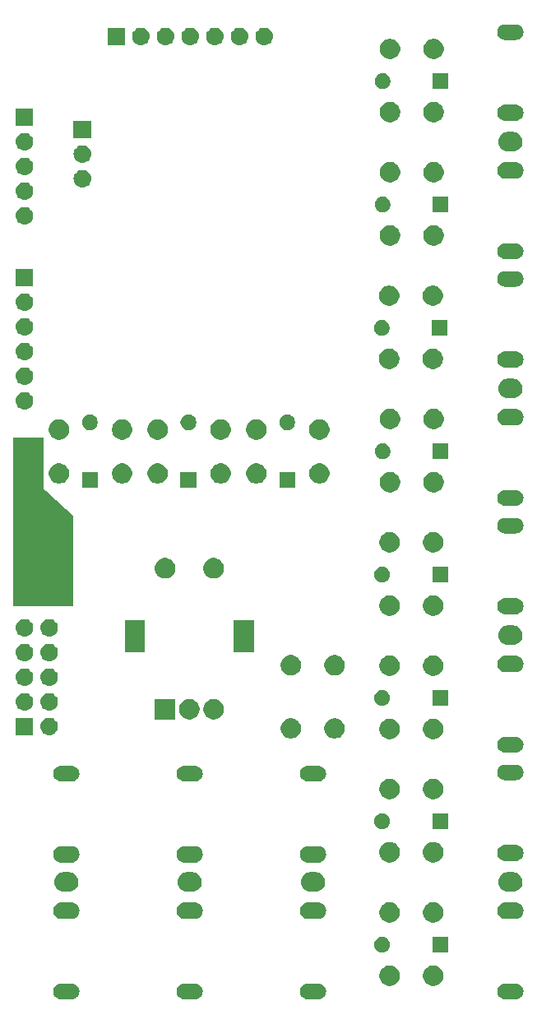
<source format=gbr>
G04 #@! TF.GenerationSoftware,KiCad,Pcbnew,(5.1.0-0)*
G04 #@! TF.CreationDate,2019-05-28T00:09:16+08:00*
G04 #@! TF.ProjectId,Beats,42656174-732e-46b6-9963-61645f706362,rev?*
G04 #@! TF.SameCoordinates,Original*
G04 #@! TF.FileFunction,Soldermask,Top*
G04 #@! TF.FilePolarity,Negative*
%FSLAX46Y46*%
G04 Gerber Fmt 4.6, Leading zero omitted, Abs format (unit mm)*
G04 Created by KiCad (PCBNEW (5.1.0-0)) date 2019-05-28 00:09:16*
%MOMM*%
%LPD*%
G04 APERTURE LIST*
%ADD10C,0.100000*%
G04 APERTURE END LIST*
D10*
G36*
X124600000Y-97587000D02*
G01*
X127648000Y-100381000D01*
X127648000Y-109652000D01*
X121552000Y-109652000D01*
X121552000Y-92380000D01*
X124600000Y-92380000D01*
X124600000Y-97587000D01*
G37*
X124600000Y-97587000D02*
X127648000Y-100381000D01*
X127648000Y-109652000D01*
X121552000Y-109652000D01*
X121552000Y-92380000D01*
X124600000Y-92380000D01*
X124600000Y-97587000D01*
G36*
X173361571Y-148572863D02*
G01*
X173440023Y-148580590D01*
X173540682Y-148611125D01*
X173591013Y-148626392D01*
X173730165Y-148700771D01*
X173852133Y-148800867D01*
X173952229Y-148922835D01*
X174026608Y-149061987D01*
X174026608Y-149061988D01*
X174072410Y-149212977D01*
X174087875Y-149370000D01*
X174072410Y-149527023D01*
X174041875Y-149627682D01*
X174026608Y-149678013D01*
X173952229Y-149817165D01*
X173852133Y-149939133D01*
X173730165Y-150039229D01*
X173591013Y-150113608D01*
X173540682Y-150128875D01*
X173440023Y-150159410D01*
X173361571Y-150167137D01*
X173322346Y-150171000D01*
X172143654Y-150171000D01*
X172104429Y-150167137D01*
X172025977Y-150159410D01*
X171925318Y-150128875D01*
X171874987Y-150113608D01*
X171735835Y-150039229D01*
X171613867Y-149939133D01*
X171513771Y-149817165D01*
X171439392Y-149678013D01*
X171424125Y-149627682D01*
X171393590Y-149527023D01*
X171378125Y-149370000D01*
X171393590Y-149212977D01*
X171439392Y-149061988D01*
X171439392Y-149061987D01*
X171513771Y-148922835D01*
X171613867Y-148800867D01*
X171735835Y-148700771D01*
X171874987Y-148626392D01*
X171925318Y-148611125D01*
X172025977Y-148580590D01*
X172104429Y-148572863D01*
X172143654Y-148569000D01*
X173322346Y-148569000D01*
X173361571Y-148572863D01*
X173361571Y-148572863D01*
G37*
G36*
X153041571Y-148572863D02*
G01*
X153120023Y-148580590D01*
X153220682Y-148611125D01*
X153271013Y-148626392D01*
X153410165Y-148700771D01*
X153532133Y-148800867D01*
X153632229Y-148922835D01*
X153706608Y-149061987D01*
X153706608Y-149061988D01*
X153752410Y-149212977D01*
X153767875Y-149370000D01*
X153752410Y-149527023D01*
X153721875Y-149627682D01*
X153706608Y-149678013D01*
X153632229Y-149817165D01*
X153532133Y-149939133D01*
X153410165Y-150039229D01*
X153271013Y-150113608D01*
X153220682Y-150128875D01*
X153120023Y-150159410D01*
X153041571Y-150167137D01*
X153002346Y-150171000D01*
X151823654Y-150171000D01*
X151784429Y-150167137D01*
X151705977Y-150159410D01*
X151605318Y-150128875D01*
X151554987Y-150113608D01*
X151415835Y-150039229D01*
X151293867Y-149939133D01*
X151193771Y-149817165D01*
X151119392Y-149678013D01*
X151104125Y-149627682D01*
X151073590Y-149527023D01*
X151058125Y-149370000D01*
X151073590Y-149212977D01*
X151119392Y-149061988D01*
X151119392Y-149061987D01*
X151193771Y-148922835D01*
X151293867Y-148800867D01*
X151415835Y-148700771D01*
X151554987Y-148626392D01*
X151605318Y-148611125D01*
X151705977Y-148580590D01*
X151784429Y-148572863D01*
X151823654Y-148569000D01*
X153002346Y-148569000D01*
X153041571Y-148572863D01*
X153041571Y-148572863D01*
G37*
G36*
X140341571Y-148572863D02*
G01*
X140420023Y-148580590D01*
X140520682Y-148611125D01*
X140571013Y-148626392D01*
X140710165Y-148700771D01*
X140832133Y-148800867D01*
X140932229Y-148922835D01*
X141006608Y-149061987D01*
X141006608Y-149061988D01*
X141052410Y-149212977D01*
X141067875Y-149370000D01*
X141052410Y-149527023D01*
X141021875Y-149627682D01*
X141006608Y-149678013D01*
X140932229Y-149817165D01*
X140832133Y-149939133D01*
X140710165Y-150039229D01*
X140571013Y-150113608D01*
X140520682Y-150128875D01*
X140420023Y-150159410D01*
X140341571Y-150167137D01*
X140302346Y-150171000D01*
X139123654Y-150171000D01*
X139084429Y-150167137D01*
X139005977Y-150159410D01*
X138905318Y-150128875D01*
X138854987Y-150113608D01*
X138715835Y-150039229D01*
X138593867Y-149939133D01*
X138493771Y-149817165D01*
X138419392Y-149678013D01*
X138404125Y-149627682D01*
X138373590Y-149527023D01*
X138358125Y-149370000D01*
X138373590Y-149212977D01*
X138419392Y-149061988D01*
X138419392Y-149061987D01*
X138493771Y-148922835D01*
X138593867Y-148800867D01*
X138715835Y-148700771D01*
X138854987Y-148626392D01*
X138905318Y-148611125D01*
X139005977Y-148580590D01*
X139084429Y-148572863D01*
X139123654Y-148569000D01*
X140302346Y-148569000D01*
X140341571Y-148572863D01*
X140341571Y-148572863D01*
G37*
G36*
X127641571Y-148572863D02*
G01*
X127720023Y-148580590D01*
X127820682Y-148611125D01*
X127871013Y-148626392D01*
X128010165Y-148700771D01*
X128132133Y-148800867D01*
X128232229Y-148922835D01*
X128306608Y-149061987D01*
X128306608Y-149061988D01*
X128352410Y-149212977D01*
X128367875Y-149370000D01*
X128352410Y-149527023D01*
X128321875Y-149627682D01*
X128306608Y-149678013D01*
X128232229Y-149817165D01*
X128132133Y-149939133D01*
X128010165Y-150039229D01*
X127871013Y-150113608D01*
X127820682Y-150128875D01*
X127720023Y-150159410D01*
X127641571Y-150167137D01*
X127602346Y-150171000D01*
X126423654Y-150171000D01*
X126384429Y-150167137D01*
X126305977Y-150159410D01*
X126205318Y-150128875D01*
X126154987Y-150113608D01*
X126015835Y-150039229D01*
X125893867Y-149939133D01*
X125793771Y-149817165D01*
X125719392Y-149678013D01*
X125704125Y-149627682D01*
X125673590Y-149527023D01*
X125658125Y-149370000D01*
X125673590Y-149212977D01*
X125719392Y-149061988D01*
X125719392Y-149061987D01*
X125793771Y-148922835D01*
X125893867Y-148800867D01*
X126015835Y-148700771D01*
X126154987Y-148626392D01*
X126205318Y-148611125D01*
X126305977Y-148580590D01*
X126384429Y-148572863D01*
X126423654Y-148569000D01*
X127602346Y-148569000D01*
X127641571Y-148572863D01*
X127641571Y-148572863D01*
G37*
G36*
X165093564Y-146741389D02*
G01*
X165284833Y-146820615D01*
X165284835Y-146820616D01*
X165456973Y-146935635D01*
X165603365Y-147082027D01*
X165718385Y-147254167D01*
X165797611Y-147445436D01*
X165838000Y-147648484D01*
X165838000Y-147855516D01*
X165797611Y-148058564D01*
X165718385Y-148249833D01*
X165718384Y-148249835D01*
X165603365Y-148421973D01*
X165456973Y-148568365D01*
X165284835Y-148683384D01*
X165284834Y-148683385D01*
X165284833Y-148683385D01*
X165093564Y-148762611D01*
X164890516Y-148803000D01*
X164683484Y-148803000D01*
X164480436Y-148762611D01*
X164289167Y-148683385D01*
X164289166Y-148683385D01*
X164289165Y-148683384D01*
X164117027Y-148568365D01*
X163970635Y-148421973D01*
X163855616Y-148249835D01*
X163855615Y-148249833D01*
X163776389Y-148058564D01*
X163736000Y-147855516D01*
X163736000Y-147648484D01*
X163776389Y-147445436D01*
X163855615Y-147254167D01*
X163970635Y-147082027D01*
X164117027Y-146935635D01*
X164289165Y-146820616D01*
X164289167Y-146820615D01*
X164480436Y-146741389D01*
X164683484Y-146701000D01*
X164890516Y-146701000D01*
X165093564Y-146741389D01*
X165093564Y-146741389D01*
G37*
G36*
X160593564Y-146741389D02*
G01*
X160784833Y-146820615D01*
X160784835Y-146820616D01*
X160956973Y-146935635D01*
X161103365Y-147082027D01*
X161218385Y-147254167D01*
X161297611Y-147445436D01*
X161338000Y-147648484D01*
X161338000Y-147855516D01*
X161297611Y-148058564D01*
X161218385Y-148249833D01*
X161218384Y-148249835D01*
X161103365Y-148421973D01*
X160956973Y-148568365D01*
X160784835Y-148683384D01*
X160784834Y-148683385D01*
X160784833Y-148683385D01*
X160593564Y-148762611D01*
X160390516Y-148803000D01*
X160183484Y-148803000D01*
X159980436Y-148762611D01*
X159789167Y-148683385D01*
X159789166Y-148683385D01*
X159789165Y-148683384D01*
X159617027Y-148568365D01*
X159470635Y-148421973D01*
X159355616Y-148249835D01*
X159355615Y-148249833D01*
X159276389Y-148058564D01*
X159236000Y-147855516D01*
X159236000Y-147648484D01*
X159276389Y-147445436D01*
X159355615Y-147254167D01*
X159470635Y-147082027D01*
X159617027Y-146935635D01*
X159789165Y-146820616D01*
X159789167Y-146820615D01*
X159980436Y-146741389D01*
X160183484Y-146701000D01*
X160390516Y-146701000D01*
X160593564Y-146741389D01*
X160593564Y-146741389D01*
G37*
G36*
X166307000Y-145390000D02*
G01*
X164681000Y-145390000D01*
X164681000Y-143764000D01*
X166307000Y-143764000D01*
X166307000Y-145390000D01*
X166307000Y-145390000D01*
G37*
G36*
X159762142Y-143795242D02*
G01*
X159910101Y-143856529D01*
X160043255Y-143945499D01*
X160156501Y-144058745D01*
X160245471Y-144191899D01*
X160306758Y-144339858D01*
X160338000Y-144496925D01*
X160338000Y-144657075D01*
X160306758Y-144814142D01*
X160245471Y-144962101D01*
X160156501Y-145095255D01*
X160043255Y-145208501D01*
X159910101Y-145297471D01*
X159762142Y-145358758D01*
X159605075Y-145390000D01*
X159444925Y-145390000D01*
X159287858Y-145358758D01*
X159139899Y-145297471D01*
X159006745Y-145208501D01*
X158893499Y-145095255D01*
X158804529Y-144962101D01*
X158743242Y-144814142D01*
X158712000Y-144657075D01*
X158712000Y-144496925D01*
X158743242Y-144339858D01*
X158804529Y-144191899D01*
X158893499Y-144058745D01*
X159006745Y-143945499D01*
X159139899Y-143856529D01*
X159287858Y-143795242D01*
X159444925Y-143764000D01*
X159605075Y-143764000D01*
X159762142Y-143795242D01*
X159762142Y-143795242D01*
G37*
G36*
X165093564Y-140241389D02*
G01*
X165284833Y-140320615D01*
X165284835Y-140320616D01*
X165456973Y-140435635D01*
X165603365Y-140582027D01*
X165611983Y-140594924D01*
X165718385Y-140754167D01*
X165797611Y-140945436D01*
X165838000Y-141148484D01*
X165838000Y-141355516D01*
X165797611Y-141558564D01*
X165749523Y-141674659D01*
X165718384Y-141749835D01*
X165603365Y-141921973D01*
X165456973Y-142068365D01*
X165284835Y-142183384D01*
X165284834Y-142183385D01*
X165284833Y-142183385D01*
X165093564Y-142262611D01*
X164890516Y-142303000D01*
X164683484Y-142303000D01*
X164480436Y-142262611D01*
X164289167Y-142183385D01*
X164289166Y-142183385D01*
X164289165Y-142183384D01*
X164117027Y-142068365D01*
X163970635Y-141921973D01*
X163855616Y-141749835D01*
X163824477Y-141674659D01*
X163776389Y-141558564D01*
X163736000Y-141355516D01*
X163736000Y-141148484D01*
X163776389Y-140945436D01*
X163855615Y-140754167D01*
X163962018Y-140594924D01*
X163970635Y-140582027D01*
X164117027Y-140435635D01*
X164289165Y-140320616D01*
X164289167Y-140320615D01*
X164480436Y-140241389D01*
X164683484Y-140201000D01*
X164890516Y-140201000D01*
X165093564Y-140241389D01*
X165093564Y-140241389D01*
G37*
G36*
X160593564Y-140241389D02*
G01*
X160784833Y-140320615D01*
X160784835Y-140320616D01*
X160956973Y-140435635D01*
X161103365Y-140582027D01*
X161111983Y-140594924D01*
X161218385Y-140754167D01*
X161297611Y-140945436D01*
X161338000Y-141148484D01*
X161338000Y-141355516D01*
X161297611Y-141558564D01*
X161249523Y-141674659D01*
X161218384Y-141749835D01*
X161103365Y-141921973D01*
X160956973Y-142068365D01*
X160784835Y-142183384D01*
X160784834Y-142183385D01*
X160784833Y-142183385D01*
X160593564Y-142262611D01*
X160390516Y-142303000D01*
X160183484Y-142303000D01*
X159980436Y-142262611D01*
X159789167Y-142183385D01*
X159789166Y-142183385D01*
X159789165Y-142183384D01*
X159617027Y-142068365D01*
X159470635Y-141921973D01*
X159355616Y-141749835D01*
X159324477Y-141674659D01*
X159276389Y-141558564D01*
X159236000Y-141355516D01*
X159236000Y-141148484D01*
X159276389Y-140945436D01*
X159355615Y-140754167D01*
X159462018Y-140594924D01*
X159470635Y-140582027D01*
X159617027Y-140435635D01*
X159789165Y-140320616D01*
X159789167Y-140320615D01*
X159980436Y-140241389D01*
X160183484Y-140201000D01*
X160390516Y-140201000D01*
X160593564Y-140241389D01*
X160593564Y-140241389D01*
G37*
G36*
X127679823Y-140231313D02*
G01*
X127840242Y-140279976D01*
X127916272Y-140320615D01*
X127988078Y-140358996D01*
X128117659Y-140465341D01*
X128224004Y-140594922D01*
X128224005Y-140594924D01*
X128303024Y-140742758D01*
X128351687Y-140903177D01*
X128368117Y-141070000D01*
X128351687Y-141236823D01*
X128303024Y-141397242D01*
X128232114Y-141529906D01*
X128224004Y-141545078D01*
X128117659Y-141674659D01*
X127988078Y-141781004D01*
X127988076Y-141781005D01*
X127840242Y-141860024D01*
X127679823Y-141908687D01*
X127554804Y-141921000D01*
X126471196Y-141921000D01*
X126346177Y-141908687D01*
X126185758Y-141860024D01*
X126037924Y-141781005D01*
X126037922Y-141781004D01*
X125908341Y-141674659D01*
X125801996Y-141545078D01*
X125793886Y-141529906D01*
X125722976Y-141397242D01*
X125674313Y-141236823D01*
X125657883Y-141070000D01*
X125674313Y-140903177D01*
X125722976Y-140742758D01*
X125801995Y-140594924D01*
X125801996Y-140594922D01*
X125908341Y-140465341D01*
X126037922Y-140358996D01*
X126109728Y-140320615D01*
X126185758Y-140279976D01*
X126346177Y-140231313D01*
X126471196Y-140219000D01*
X127554804Y-140219000D01*
X127679823Y-140231313D01*
X127679823Y-140231313D01*
G37*
G36*
X173399823Y-140231313D02*
G01*
X173560242Y-140279976D01*
X173636272Y-140320615D01*
X173708078Y-140358996D01*
X173837659Y-140465341D01*
X173944004Y-140594922D01*
X173944005Y-140594924D01*
X174023024Y-140742758D01*
X174071687Y-140903177D01*
X174088117Y-141070000D01*
X174071687Y-141236823D01*
X174023024Y-141397242D01*
X173952114Y-141529906D01*
X173944004Y-141545078D01*
X173837659Y-141674659D01*
X173708078Y-141781004D01*
X173708076Y-141781005D01*
X173560242Y-141860024D01*
X173399823Y-141908687D01*
X173274804Y-141921000D01*
X172191196Y-141921000D01*
X172066177Y-141908687D01*
X171905758Y-141860024D01*
X171757924Y-141781005D01*
X171757922Y-141781004D01*
X171628341Y-141674659D01*
X171521996Y-141545078D01*
X171513886Y-141529906D01*
X171442976Y-141397242D01*
X171394313Y-141236823D01*
X171377883Y-141070000D01*
X171394313Y-140903177D01*
X171442976Y-140742758D01*
X171521995Y-140594924D01*
X171521996Y-140594922D01*
X171628341Y-140465341D01*
X171757922Y-140358996D01*
X171829728Y-140320615D01*
X171905758Y-140279976D01*
X172066177Y-140231313D01*
X172191196Y-140219000D01*
X173274804Y-140219000D01*
X173399823Y-140231313D01*
X173399823Y-140231313D01*
G37*
G36*
X153079823Y-140231313D02*
G01*
X153240242Y-140279976D01*
X153316272Y-140320615D01*
X153388078Y-140358996D01*
X153517659Y-140465341D01*
X153624004Y-140594922D01*
X153624005Y-140594924D01*
X153703024Y-140742758D01*
X153751687Y-140903177D01*
X153768117Y-141070000D01*
X153751687Y-141236823D01*
X153703024Y-141397242D01*
X153632114Y-141529906D01*
X153624004Y-141545078D01*
X153517659Y-141674659D01*
X153388078Y-141781004D01*
X153388076Y-141781005D01*
X153240242Y-141860024D01*
X153079823Y-141908687D01*
X152954804Y-141921000D01*
X151871196Y-141921000D01*
X151746177Y-141908687D01*
X151585758Y-141860024D01*
X151437924Y-141781005D01*
X151437922Y-141781004D01*
X151308341Y-141674659D01*
X151201996Y-141545078D01*
X151193886Y-141529906D01*
X151122976Y-141397242D01*
X151074313Y-141236823D01*
X151057883Y-141070000D01*
X151074313Y-140903177D01*
X151122976Y-140742758D01*
X151201995Y-140594924D01*
X151201996Y-140594922D01*
X151308341Y-140465341D01*
X151437922Y-140358996D01*
X151509728Y-140320615D01*
X151585758Y-140279976D01*
X151746177Y-140231313D01*
X151871196Y-140219000D01*
X152954804Y-140219000D01*
X153079823Y-140231313D01*
X153079823Y-140231313D01*
G37*
G36*
X140379823Y-140231313D02*
G01*
X140540242Y-140279976D01*
X140616272Y-140320615D01*
X140688078Y-140358996D01*
X140817659Y-140465341D01*
X140924004Y-140594922D01*
X140924005Y-140594924D01*
X141003024Y-140742758D01*
X141051687Y-140903177D01*
X141068117Y-141070000D01*
X141051687Y-141236823D01*
X141003024Y-141397242D01*
X140932114Y-141529906D01*
X140924004Y-141545078D01*
X140817659Y-141674659D01*
X140688078Y-141781004D01*
X140688076Y-141781005D01*
X140540242Y-141860024D01*
X140379823Y-141908687D01*
X140254804Y-141921000D01*
X139171196Y-141921000D01*
X139046177Y-141908687D01*
X138885758Y-141860024D01*
X138737924Y-141781005D01*
X138737922Y-141781004D01*
X138608341Y-141674659D01*
X138501996Y-141545078D01*
X138493886Y-141529906D01*
X138422976Y-141397242D01*
X138374313Y-141236823D01*
X138357883Y-141070000D01*
X138374313Y-140903177D01*
X138422976Y-140742758D01*
X138501995Y-140594924D01*
X138501996Y-140594922D01*
X138608341Y-140465341D01*
X138737922Y-140358996D01*
X138809728Y-140320615D01*
X138885758Y-140279976D01*
X139046177Y-140231313D01*
X139171196Y-140219000D01*
X140254804Y-140219000D01*
X140379823Y-140231313D01*
X140379823Y-140231313D01*
G37*
G36*
X173179228Y-137113483D02*
G01*
X173367922Y-137170723D01*
X173541815Y-137263671D01*
X173694239Y-137388761D01*
X173819329Y-137541185D01*
X173912277Y-137715078D01*
X173969517Y-137903772D01*
X173988843Y-138100000D01*
X173969517Y-138296228D01*
X173912277Y-138484922D01*
X173819329Y-138658815D01*
X173694239Y-138811239D01*
X173541815Y-138936329D01*
X173367922Y-139029277D01*
X173179228Y-139086517D01*
X173032175Y-139101000D01*
X172433825Y-139101000D01*
X172286772Y-139086517D01*
X172098078Y-139029277D01*
X171924185Y-138936329D01*
X171771761Y-138811239D01*
X171646671Y-138658815D01*
X171553723Y-138484922D01*
X171496483Y-138296228D01*
X171477157Y-138100000D01*
X171496483Y-137903772D01*
X171553723Y-137715078D01*
X171646671Y-137541185D01*
X171771761Y-137388761D01*
X171924185Y-137263671D01*
X172098078Y-137170723D01*
X172286772Y-137113483D01*
X172433825Y-137099000D01*
X173032175Y-137099000D01*
X173179228Y-137113483D01*
X173179228Y-137113483D01*
G37*
G36*
X152859228Y-137113483D02*
G01*
X153047922Y-137170723D01*
X153221815Y-137263671D01*
X153374239Y-137388761D01*
X153499329Y-137541185D01*
X153592277Y-137715078D01*
X153649517Y-137903772D01*
X153668843Y-138100000D01*
X153649517Y-138296228D01*
X153592277Y-138484922D01*
X153499329Y-138658815D01*
X153374239Y-138811239D01*
X153221815Y-138936329D01*
X153047922Y-139029277D01*
X152859228Y-139086517D01*
X152712175Y-139101000D01*
X152113825Y-139101000D01*
X151966772Y-139086517D01*
X151778078Y-139029277D01*
X151604185Y-138936329D01*
X151451761Y-138811239D01*
X151326671Y-138658815D01*
X151233723Y-138484922D01*
X151176483Y-138296228D01*
X151157157Y-138100000D01*
X151176483Y-137903772D01*
X151233723Y-137715078D01*
X151326671Y-137541185D01*
X151451761Y-137388761D01*
X151604185Y-137263671D01*
X151778078Y-137170723D01*
X151966772Y-137113483D01*
X152113825Y-137099000D01*
X152712175Y-137099000D01*
X152859228Y-137113483D01*
X152859228Y-137113483D01*
G37*
G36*
X140159228Y-137113483D02*
G01*
X140347922Y-137170723D01*
X140521815Y-137263671D01*
X140674239Y-137388761D01*
X140799329Y-137541185D01*
X140892277Y-137715078D01*
X140949517Y-137903772D01*
X140968843Y-138100000D01*
X140949517Y-138296228D01*
X140892277Y-138484922D01*
X140799329Y-138658815D01*
X140674239Y-138811239D01*
X140521815Y-138936329D01*
X140347922Y-139029277D01*
X140159228Y-139086517D01*
X140012175Y-139101000D01*
X139413825Y-139101000D01*
X139266772Y-139086517D01*
X139078078Y-139029277D01*
X138904185Y-138936329D01*
X138751761Y-138811239D01*
X138626671Y-138658815D01*
X138533723Y-138484922D01*
X138476483Y-138296228D01*
X138457157Y-138100000D01*
X138476483Y-137903772D01*
X138533723Y-137715078D01*
X138626671Y-137541185D01*
X138751761Y-137388761D01*
X138904185Y-137263671D01*
X139078078Y-137170723D01*
X139266772Y-137113483D01*
X139413825Y-137099000D01*
X140012175Y-137099000D01*
X140159228Y-137113483D01*
X140159228Y-137113483D01*
G37*
G36*
X127459228Y-137113483D02*
G01*
X127647922Y-137170723D01*
X127821815Y-137263671D01*
X127974239Y-137388761D01*
X128099329Y-137541185D01*
X128192277Y-137715078D01*
X128249517Y-137903772D01*
X128268843Y-138100000D01*
X128249517Y-138296228D01*
X128192277Y-138484922D01*
X128099329Y-138658815D01*
X127974239Y-138811239D01*
X127821815Y-138936329D01*
X127647922Y-139029277D01*
X127459228Y-139086517D01*
X127312175Y-139101000D01*
X126713825Y-139101000D01*
X126566772Y-139086517D01*
X126378078Y-139029277D01*
X126204185Y-138936329D01*
X126051761Y-138811239D01*
X125926671Y-138658815D01*
X125833723Y-138484922D01*
X125776483Y-138296228D01*
X125757157Y-138100000D01*
X125776483Y-137903772D01*
X125833723Y-137715078D01*
X125926671Y-137541185D01*
X126051761Y-137388761D01*
X126204185Y-137263671D01*
X126378078Y-137170723D01*
X126566772Y-137113483D01*
X126713825Y-137099000D01*
X127312175Y-137099000D01*
X127459228Y-137113483D01*
X127459228Y-137113483D01*
G37*
G36*
X153079823Y-134418313D02*
G01*
X153240242Y-134466976D01*
X153349435Y-134525341D01*
X153388078Y-134545996D01*
X153517659Y-134652341D01*
X153624004Y-134781922D01*
X153624005Y-134781924D01*
X153703024Y-134929758D01*
X153751687Y-135090177D01*
X153768117Y-135257000D01*
X153751687Y-135423823D01*
X153703024Y-135584242D01*
X153632612Y-135715973D01*
X153624004Y-135732078D01*
X153517659Y-135861659D01*
X153388078Y-135968004D01*
X153388076Y-135968005D01*
X153240242Y-136047024D01*
X153079823Y-136095687D01*
X152954804Y-136108000D01*
X151871196Y-136108000D01*
X151746177Y-136095687D01*
X151585758Y-136047024D01*
X151437924Y-135968005D01*
X151437922Y-135968004D01*
X151308341Y-135861659D01*
X151201996Y-135732078D01*
X151193388Y-135715973D01*
X151122976Y-135584242D01*
X151074313Y-135423823D01*
X151057883Y-135257000D01*
X151074313Y-135090177D01*
X151122976Y-134929758D01*
X151201995Y-134781924D01*
X151201996Y-134781922D01*
X151308341Y-134652341D01*
X151437922Y-134545996D01*
X151476565Y-134525341D01*
X151585758Y-134466976D01*
X151746177Y-134418313D01*
X151871196Y-134406000D01*
X152954804Y-134406000D01*
X153079823Y-134418313D01*
X153079823Y-134418313D01*
G37*
G36*
X140379823Y-134418313D02*
G01*
X140540242Y-134466976D01*
X140649435Y-134525341D01*
X140688078Y-134545996D01*
X140817659Y-134652341D01*
X140924004Y-134781922D01*
X140924005Y-134781924D01*
X141003024Y-134929758D01*
X141051687Y-135090177D01*
X141068117Y-135257000D01*
X141051687Y-135423823D01*
X141003024Y-135584242D01*
X140932612Y-135715973D01*
X140924004Y-135732078D01*
X140817659Y-135861659D01*
X140688078Y-135968004D01*
X140688076Y-135968005D01*
X140540242Y-136047024D01*
X140379823Y-136095687D01*
X140254804Y-136108000D01*
X139171196Y-136108000D01*
X139046177Y-136095687D01*
X138885758Y-136047024D01*
X138737924Y-135968005D01*
X138737922Y-135968004D01*
X138608341Y-135861659D01*
X138501996Y-135732078D01*
X138493388Y-135715973D01*
X138422976Y-135584242D01*
X138374313Y-135423823D01*
X138357883Y-135257000D01*
X138374313Y-135090177D01*
X138422976Y-134929758D01*
X138501995Y-134781924D01*
X138501996Y-134781922D01*
X138608341Y-134652341D01*
X138737922Y-134545996D01*
X138776565Y-134525341D01*
X138885758Y-134466976D01*
X139046177Y-134418313D01*
X139171196Y-134406000D01*
X140254804Y-134406000D01*
X140379823Y-134418313D01*
X140379823Y-134418313D01*
G37*
G36*
X127679823Y-134418313D02*
G01*
X127840242Y-134466976D01*
X127949435Y-134525341D01*
X127988078Y-134545996D01*
X128117659Y-134652341D01*
X128224004Y-134781922D01*
X128224005Y-134781924D01*
X128303024Y-134929758D01*
X128351687Y-135090177D01*
X128368117Y-135257000D01*
X128351687Y-135423823D01*
X128303024Y-135584242D01*
X128232612Y-135715973D01*
X128224004Y-135732078D01*
X128117659Y-135861659D01*
X127988078Y-135968004D01*
X127988076Y-135968005D01*
X127840242Y-136047024D01*
X127679823Y-136095687D01*
X127554804Y-136108000D01*
X126471196Y-136108000D01*
X126346177Y-136095687D01*
X126185758Y-136047024D01*
X126037924Y-135968005D01*
X126037922Y-135968004D01*
X125908341Y-135861659D01*
X125801996Y-135732078D01*
X125793388Y-135715973D01*
X125722976Y-135584242D01*
X125674313Y-135423823D01*
X125657883Y-135257000D01*
X125674313Y-135090177D01*
X125722976Y-134929758D01*
X125801995Y-134781924D01*
X125801996Y-134781922D01*
X125908341Y-134652341D01*
X126037922Y-134545996D01*
X126076565Y-134525341D01*
X126185758Y-134466976D01*
X126346177Y-134418313D01*
X126471196Y-134406000D01*
X127554804Y-134406000D01*
X127679823Y-134418313D01*
X127679823Y-134418313D01*
G37*
G36*
X160593564Y-134035389D02*
G01*
X160784833Y-134114615D01*
X160784835Y-134114616D01*
X160956973Y-134229635D01*
X161103365Y-134376027D01*
X161216935Y-134545996D01*
X161218385Y-134548167D01*
X161297611Y-134739436D01*
X161338000Y-134942484D01*
X161338000Y-135149516D01*
X161297611Y-135352564D01*
X161254253Y-135457239D01*
X161218384Y-135543835D01*
X161103365Y-135715973D01*
X160956973Y-135862365D01*
X160784835Y-135977384D01*
X160784834Y-135977385D01*
X160784833Y-135977385D01*
X160593564Y-136056611D01*
X160390516Y-136097000D01*
X160183484Y-136097000D01*
X159980436Y-136056611D01*
X159789167Y-135977385D01*
X159789166Y-135977385D01*
X159789165Y-135977384D01*
X159617027Y-135862365D01*
X159470635Y-135715973D01*
X159355616Y-135543835D01*
X159319747Y-135457239D01*
X159276389Y-135352564D01*
X159236000Y-135149516D01*
X159236000Y-134942484D01*
X159276389Y-134739436D01*
X159355615Y-134548167D01*
X159357066Y-134545996D01*
X159470635Y-134376027D01*
X159617027Y-134229635D01*
X159789165Y-134114616D01*
X159789167Y-134114615D01*
X159980436Y-134035389D01*
X160183484Y-133995000D01*
X160390516Y-133995000D01*
X160593564Y-134035389D01*
X160593564Y-134035389D01*
G37*
G36*
X165093564Y-134035389D02*
G01*
X165284833Y-134114615D01*
X165284835Y-134114616D01*
X165456973Y-134229635D01*
X165603365Y-134376027D01*
X165716935Y-134545996D01*
X165718385Y-134548167D01*
X165797611Y-134739436D01*
X165838000Y-134942484D01*
X165838000Y-135149516D01*
X165797611Y-135352564D01*
X165754253Y-135457239D01*
X165718384Y-135543835D01*
X165603365Y-135715973D01*
X165456973Y-135862365D01*
X165284835Y-135977384D01*
X165284834Y-135977385D01*
X165284833Y-135977385D01*
X165093564Y-136056611D01*
X164890516Y-136097000D01*
X164683484Y-136097000D01*
X164480436Y-136056611D01*
X164289167Y-135977385D01*
X164289166Y-135977385D01*
X164289165Y-135977384D01*
X164117027Y-135862365D01*
X163970635Y-135715973D01*
X163855616Y-135543835D01*
X163819747Y-135457239D01*
X163776389Y-135352564D01*
X163736000Y-135149516D01*
X163736000Y-134942484D01*
X163776389Y-134739436D01*
X163855615Y-134548167D01*
X163857066Y-134545996D01*
X163970635Y-134376027D01*
X164117027Y-134229635D01*
X164289165Y-134114616D01*
X164289167Y-134114615D01*
X164480436Y-134035389D01*
X164683484Y-133995000D01*
X164890516Y-133995000D01*
X165093564Y-134035389D01*
X165093564Y-134035389D01*
G37*
G36*
X173399823Y-134291313D02*
G01*
X173560242Y-134339976D01*
X173683764Y-134406000D01*
X173708078Y-134418996D01*
X173837659Y-134525341D01*
X173944004Y-134654922D01*
X173944005Y-134654924D01*
X174023024Y-134802758D01*
X174071687Y-134963177D01*
X174088117Y-135130000D01*
X174071687Y-135296823D01*
X174023024Y-135457242D01*
X173976740Y-135543833D01*
X173944004Y-135605078D01*
X173837659Y-135734659D01*
X173708078Y-135841004D01*
X173708076Y-135841005D01*
X173560242Y-135920024D01*
X173399823Y-135968687D01*
X173274804Y-135981000D01*
X172191196Y-135981000D01*
X172066177Y-135968687D01*
X171905758Y-135920024D01*
X171757924Y-135841005D01*
X171757922Y-135841004D01*
X171628341Y-135734659D01*
X171521996Y-135605078D01*
X171489260Y-135543833D01*
X171442976Y-135457242D01*
X171394313Y-135296823D01*
X171377883Y-135130000D01*
X171394313Y-134963177D01*
X171442976Y-134802758D01*
X171521995Y-134654924D01*
X171521996Y-134654922D01*
X171628341Y-134525341D01*
X171757922Y-134418996D01*
X171782236Y-134406000D01*
X171905758Y-134339976D01*
X172066177Y-134291313D01*
X172191196Y-134279000D01*
X173274804Y-134279000D01*
X173399823Y-134291313D01*
X173399823Y-134291313D01*
G37*
G36*
X159762142Y-131089242D02*
G01*
X159910101Y-131150529D01*
X160043255Y-131239499D01*
X160156501Y-131352745D01*
X160245471Y-131485899D01*
X160306758Y-131633858D01*
X160338000Y-131790925D01*
X160338000Y-131951075D01*
X160306758Y-132108142D01*
X160245471Y-132256101D01*
X160156501Y-132389255D01*
X160043255Y-132502501D01*
X159910101Y-132591471D01*
X159762142Y-132652758D01*
X159605075Y-132684000D01*
X159444925Y-132684000D01*
X159287858Y-132652758D01*
X159139899Y-132591471D01*
X159006745Y-132502501D01*
X158893499Y-132389255D01*
X158804529Y-132256101D01*
X158743242Y-132108142D01*
X158712000Y-131951075D01*
X158712000Y-131790925D01*
X158743242Y-131633858D01*
X158804529Y-131485899D01*
X158893499Y-131352745D01*
X159006745Y-131239499D01*
X159139899Y-131150529D01*
X159287858Y-131089242D01*
X159444925Y-131058000D01*
X159605075Y-131058000D01*
X159762142Y-131089242D01*
X159762142Y-131089242D01*
G37*
G36*
X166307000Y-132684000D02*
G01*
X164681000Y-132684000D01*
X164681000Y-131058000D01*
X166307000Y-131058000D01*
X166307000Y-132684000D01*
X166307000Y-132684000D01*
G37*
G36*
X160593564Y-127535389D02*
G01*
X160784833Y-127614615D01*
X160784835Y-127614616D01*
X160802215Y-127626229D01*
X160956973Y-127729635D01*
X161103365Y-127876027D01*
X161218385Y-128048167D01*
X161297611Y-128239436D01*
X161338000Y-128442484D01*
X161338000Y-128649516D01*
X161297611Y-128852564D01*
X161218385Y-129043833D01*
X161218384Y-129043835D01*
X161103365Y-129215973D01*
X160956973Y-129362365D01*
X160784835Y-129477384D01*
X160784834Y-129477385D01*
X160784833Y-129477385D01*
X160593564Y-129556611D01*
X160390516Y-129597000D01*
X160183484Y-129597000D01*
X159980436Y-129556611D01*
X159789167Y-129477385D01*
X159789166Y-129477385D01*
X159789165Y-129477384D01*
X159617027Y-129362365D01*
X159470635Y-129215973D01*
X159355616Y-129043835D01*
X159355615Y-129043833D01*
X159276389Y-128852564D01*
X159236000Y-128649516D01*
X159236000Y-128442484D01*
X159276389Y-128239436D01*
X159355615Y-128048167D01*
X159470635Y-127876027D01*
X159617027Y-127729635D01*
X159771785Y-127626229D01*
X159789165Y-127614616D01*
X159789167Y-127614615D01*
X159980436Y-127535389D01*
X160183484Y-127495000D01*
X160390516Y-127495000D01*
X160593564Y-127535389D01*
X160593564Y-127535389D01*
G37*
G36*
X165093564Y-127535389D02*
G01*
X165284833Y-127614615D01*
X165284835Y-127614616D01*
X165302215Y-127626229D01*
X165456973Y-127729635D01*
X165603365Y-127876027D01*
X165718385Y-128048167D01*
X165797611Y-128239436D01*
X165838000Y-128442484D01*
X165838000Y-128649516D01*
X165797611Y-128852564D01*
X165718385Y-129043833D01*
X165718384Y-129043835D01*
X165603365Y-129215973D01*
X165456973Y-129362365D01*
X165284835Y-129477384D01*
X165284834Y-129477385D01*
X165284833Y-129477385D01*
X165093564Y-129556611D01*
X164890516Y-129597000D01*
X164683484Y-129597000D01*
X164480436Y-129556611D01*
X164289167Y-129477385D01*
X164289166Y-129477385D01*
X164289165Y-129477384D01*
X164117027Y-129362365D01*
X163970635Y-129215973D01*
X163855616Y-129043835D01*
X163855615Y-129043833D01*
X163776389Y-128852564D01*
X163736000Y-128649516D01*
X163736000Y-128442484D01*
X163776389Y-128239436D01*
X163855615Y-128048167D01*
X163970635Y-127876027D01*
X164117027Y-127729635D01*
X164271785Y-127626229D01*
X164289165Y-127614616D01*
X164289167Y-127614615D01*
X164480436Y-127535389D01*
X164683484Y-127495000D01*
X164890516Y-127495000D01*
X165093564Y-127535389D01*
X165093564Y-127535389D01*
G37*
G36*
X140341571Y-126159863D02*
G01*
X140420023Y-126167590D01*
X140520682Y-126198125D01*
X140571013Y-126213392D01*
X140710165Y-126287771D01*
X140832133Y-126387867D01*
X140932229Y-126509835D01*
X141006608Y-126648987D01*
X141006608Y-126648988D01*
X141052410Y-126799977D01*
X141067875Y-126957000D01*
X141052410Y-127114023D01*
X141021875Y-127214682D01*
X141006608Y-127265013D01*
X140932229Y-127404165D01*
X140832133Y-127526133D01*
X140710165Y-127626229D01*
X140571013Y-127700608D01*
X140520682Y-127715875D01*
X140420023Y-127746410D01*
X140341571Y-127754137D01*
X140302346Y-127758000D01*
X139123654Y-127758000D01*
X139084429Y-127754137D01*
X139005977Y-127746410D01*
X138905318Y-127715875D01*
X138854987Y-127700608D01*
X138715835Y-127626229D01*
X138593867Y-127526133D01*
X138493771Y-127404165D01*
X138419392Y-127265013D01*
X138404125Y-127214682D01*
X138373590Y-127114023D01*
X138358125Y-126957000D01*
X138373590Y-126799977D01*
X138419392Y-126648988D01*
X138419392Y-126648987D01*
X138493771Y-126509835D01*
X138593867Y-126387867D01*
X138715835Y-126287771D01*
X138854987Y-126213392D01*
X138905318Y-126198125D01*
X139005977Y-126167590D01*
X139084429Y-126159863D01*
X139123654Y-126156000D01*
X140302346Y-126156000D01*
X140341571Y-126159863D01*
X140341571Y-126159863D01*
G37*
G36*
X127641571Y-126159863D02*
G01*
X127720023Y-126167590D01*
X127820682Y-126198125D01*
X127871013Y-126213392D01*
X128010165Y-126287771D01*
X128132133Y-126387867D01*
X128232229Y-126509835D01*
X128306608Y-126648987D01*
X128306608Y-126648988D01*
X128352410Y-126799977D01*
X128367875Y-126957000D01*
X128352410Y-127114023D01*
X128321875Y-127214682D01*
X128306608Y-127265013D01*
X128232229Y-127404165D01*
X128132133Y-127526133D01*
X128010165Y-127626229D01*
X127871013Y-127700608D01*
X127820682Y-127715875D01*
X127720023Y-127746410D01*
X127641571Y-127754137D01*
X127602346Y-127758000D01*
X126423654Y-127758000D01*
X126384429Y-127754137D01*
X126305977Y-127746410D01*
X126205318Y-127715875D01*
X126154987Y-127700608D01*
X126015835Y-127626229D01*
X125893867Y-127526133D01*
X125793771Y-127404165D01*
X125719392Y-127265013D01*
X125704125Y-127214682D01*
X125673590Y-127114023D01*
X125658125Y-126957000D01*
X125673590Y-126799977D01*
X125719392Y-126648988D01*
X125719392Y-126648987D01*
X125793771Y-126509835D01*
X125893867Y-126387867D01*
X126015835Y-126287771D01*
X126154987Y-126213392D01*
X126205318Y-126198125D01*
X126305977Y-126167590D01*
X126384429Y-126159863D01*
X126423654Y-126156000D01*
X127602346Y-126156000D01*
X127641571Y-126159863D01*
X127641571Y-126159863D01*
G37*
G36*
X153041571Y-126159863D02*
G01*
X153120023Y-126167590D01*
X153220682Y-126198125D01*
X153271013Y-126213392D01*
X153410165Y-126287771D01*
X153532133Y-126387867D01*
X153632229Y-126509835D01*
X153706608Y-126648987D01*
X153706608Y-126648988D01*
X153752410Y-126799977D01*
X153767875Y-126957000D01*
X153752410Y-127114023D01*
X153721875Y-127214682D01*
X153706608Y-127265013D01*
X153632229Y-127404165D01*
X153532133Y-127526133D01*
X153410165Y-127626229D01*
X153271013Y-127700608D01*
X153220682Y-127715875D01*
X153120023Y-127746410D01*
X153041571Y-127754137D01*
X153002346Y-127758000D01*
X151823654Y-127758000D01*
X151784429Y-127754137D01*
X151705977Y-127746410D01*
X151605318Y-127715875D01*
X151554987Y-127700608D01*
X151415835Y-127626229D01*
X151293867Y-127526133D01*
X151193771Y-127404165D01*
X151119392Y-127265013D01*
X151104125Y-127214682D01*
X151073590Y-127114023D01*
X151058125Y-126957000D01*
X151073590Y-126799977D01*
X151119392Y-126648988D01*
X151119392Y-126648987D01*
X151193771Y-126509835D01*
X151293867Y-126387867D01*
X151415835Y-126287771D01*
X151554987Y-126213392D01*
X151605318Y-126198125D01*
X151705977Y-126167590D01*
X151784429Y-126159863D01*
X151823654Y-126156000D01*
X153002346Y-126156000D01*
X153041571Y-126159863D01*
X153041571Y-126159863D01*
G37*
G36*
X173361571Y-126032863D02*
G01*
X173440023Y-126040590D01*
X173540682Y-126071125D01*
X173591013Y-126086392D01*
X173730165Y-126160771D01*
X173852133Y-126260867D01*
X173952229Y-126382835D01*
X174026608Y-126521987D01*
X174026608Y-126521988D01*
X174072410Y-126672977D01*
X174087875Y-126830000D01*
X174072410Y-126987023D01*
X174041875Y-127087682D01*
X174026608Y-127138013D01*
X173952229Y-127277165D01*
X173852133Y-127399133D01*
X173730165Y-127499229D01*
X173591013Y-127573608D01*
X173540682Y-127588875D01*
X173440023Y-127619410D01*
X173370787Y-127626229D01*
X173322346Y-127631000D01*
X172143654Y-127631000D01*
X172095213Y-127626229D01*
X172025977Y-127619410D01*
X171925318Y-127588875D01*
X171874987Y-127573608D01*
X171735835Y-127499229D01*
X171613867Y-127399133D01*
X171513771Y-127277165D01*
X171439392Y-127138013D01*
X171424125Y-127087682D01*
X171393590Y-126987023D01*
X171378125Y-126830000D01*
X171393590Y-126672977D01*
X171439392Y-126521988D01*
X171439392Y-126521987D01*
X171513771Y-126382835D01*
X171613867Y-126260867D01*
X171735835Y-126160771D01*
X171874987Y-126086392D01*
X171925318Y-126071125D01*
X172025977Y-126040590D01*
X172104429Y-126032863D01*
X172143654Y-126029000D01*
X173322346Y-126029000D01*
X173361571Y-126032863D01*
X173361571Y-126032863D01*
G37*
G36*
X173361571Y-123172863D02*
G01*
X173440023Y-123180590D01*
X173540682Y-123211125D01*
X173591013Y-123226392D01*
X173730165Y-123300771D01*
X173852133Y-123400867D01*
X173952229Y-123522835D01*
X174026608Y-123661987D01*
X174026608Y-123661988D01*
X174072410Y-123812977D01*
X174087875Y-123970000D01*
X174072410Y-124127023D01*
X174041875Y-124227682D01*
X174026608Y-124278013D01*
X173952229Y-124417165D01*
X173852133Y-124539133D01*
X173730165Y-124639229D01*
X173591013Y-124713608D01*
X173540682Y-124728875D01*
X173440023Y-124759410D01*
X173361571Y-124767137D01*
X173322346Y-124771000D01*
X172143654Y-124771000D01*
X172104429Y-124767137D01*
X172025977Y-124759410D01*
X171925318Y-124728875D01*
X171874987Y-124713608D01*
X171735835Y-124639229D01*
X171613867Y-124539133D01*
X171513771Y-124417165D01*
X171439392Y-124278013D01*
X171424125Y-124227682D01*
X171393590Y-124127023D01*
X171378125Y-123970000D01*
X171393590Y-123812977D01*
X171439392Y-123661988D01*
X171439392Y-123661987D01*
X171513771Y-123522835D01*
X171613867Y-123400867D01*
X171735835Y-123300771D01*
X171874987Y-123226392D01*
X171925318Y-123211125D01*
X172025977Y-123180590D01*
X172104429Y-123172863D01*
X172143654Y-123169000D01*
X173322346Y-123169000D01*
X173361571Y-123172863D01*
X173361571Y-123172863D01*
G37*
G36*
X165093564Y-121341389D02*
G01*
X165284833Y-121420615D01*
X165284835Y-121420616D01*
X165456973Y-121535635D01*
X165603365Y-121682027D01*
X165682971Y-121801165D01*
X165718385Y-121854167D01*
X165797611Y-122045436D01*
X165838000Y-122248484D01*
X165838000Y-122455516D01*
X165797611Y-122658564D01*
X165740338Y-122796833D01*
X165718384Y-122849835D01*
X165603365Y-123021973D01*
X165456973Y-123168365D01*
X165284835Y-123283384D01*
X165284834Y-123283385D01*
X165284833Y-123283385D01*
X165093564Y-123362611D01*
X164890516Y-123403000D01*
X164683484Y-123403000D01*
X164480436Y-123362611D01*
X164289167Y-123283385D01*
X164289166Y-123283385D01*
X164289165Y-123283384D01*
X164117027Y-123168365D01*
X163970635Y-123021973D01*
X163855616Y-122849835D01*
X163833662Y-122796833D01*
X163776389Y-122658564D01*
X163736000Y-122455516D01*
X163736000Y-122248484D01*
X163776389Y-122045436D01*
X163855615Y-121854167D01*
X163891030Y-121801165D01*
X163970635Y-121682027D01*
X164117027Y-121535635D01*
X164289165Y-121420616D01*
X164289167Y-121420615D01*
X164480436Y-121341389D01*
X164683484Y-121301000D01*
X164890516Y-121301000D01*
X165093564Y-121341389D01*
X165093564Y-121341389D01*
G37*
G36*
X160593564Y-121341389D02*
G01*
X160784833Y-121420615D01*
X160784835Y-121420616D01*
X160956973Y-121535635D01*
X161103365Y-121682027D01*
X161182971Y-121801165D01*
X161218385Y-121854167D01*
X161297611Y-122045436D01*
X161338000Y-122248484D01*
X161338000Y-122455516D01*
X161297611Y-122658564D01*
X161240338Y-122796833D01*
X161218384Y-122849835D01*
X161103365Y-123021973D01*
X160956973Y-123168365D01*
X160784835Y-123283384D01*
X160784834Y-123283385D01*
X160784833Y-123283385D01*
X160593564Y-123362611D01*
X160390516Y-123403000D01*
X160183484Y-123403000D01*
X159980436Y-123362611D01*
X159789167Y-123283385D01*
X159789166Y-123283385D01*
X159789165Y-123283384D01*
X159617027Y-123168365D01*
X159470635Y-123021973D01*
X159355616Y-122849835D01*
X159333662Y-122796833D01*
X159276389Y-122658564D01*
X159236000Y-122455516D01*
X159236000Y-122248484D01*
X159276389Y-122045436D01*
X159355615Y-121854167D01*
X159391030Y-121801165D01*
X159470635Y-121682027D01*
X159617027Y-121535635D01*
X159789165Y-121420616D01*
X159789167Y-121420615D01*
X159980436Y-121341389D01*
X160183484Y-121301000D01*
X160390516Y-121301000D01*
X160593564Y-121341389D01*
X160593564Y-121341389D01*
G37*
G36*
X154929564Y-121288389D02*
G01*
X155066771Y-121345222D01*
X155120835Y-121367616D01*
X155292973Y-121482635D01*
X155439365Y-121629027D01*
X155521222Y-121751534D01*
X155554385Y-121801167D01*
X155633611Y-121992436D01*
X155674000Y-122195484D01*
X155674000Y-122402516D01*
X155633611Y-122605564D01*
X155578677Y-122738186D01*
X155554384Y-122796835D01*
X155439365Y-122968973D01*
X155292973Y-123115365D01*
X155120835Y-123230384D01*
X155120834Y-123230385D01*
X155120833Y-123230385D01*
X154929564Y-123309611D01*
X154726516Y-123350000D01*
X154519484Y-123350000D01*
X154316436Y-123309611D01*
X154125167Y-123230385D01*
X154125166Y-123230385D01*
X154125165Y-123230384D01*
X153953027Y-123115365D01*
X153806635Y-122968973D01*
X153691616Y-122796835D01*
X153667323Y-122738186D01*
X153612389Y-122605564D01*
X153572000Y-122402516D01*
X153572000Y-122195484D01*
X153612389Y-121992436D01*
X153691615Y-121801167D01*
X153724779Y-121751534D01*
X153806635Y-121629027D01*
X153953027Y-121482635D01*
X154125165Y-121367616D01*
X154179229Y-121345222D01*
X154316436Y-121288389D01*
X154519484Y-121248000D01*
X154726516Y-121248000D01*
X154929564Y-121288389D01*
X154929564Y-121288389D01*
G37*
G36*
X150429564Y-121288389D02*
G01*
X150566771Y-121345222D01*
X150620835Y-121367616D01*
X150792973Y-121482635D01*
X150939365Y-121629027D01*
X151021222Y-121751534D01*
X151054385Y-121801167D01*
X151133611Y-121992436D01*
X151174000Y-122195484D01*
X151174000Y-122402516D01*
X151133611Y-122605564D01*
X151078677Y-122738186D01*
X151054384Y-122796835D01*
X150939365Y-122968973D01*
X150792973Y-123115365D01*
X150620835Y-123230384D01*
X150620834Y-123230385D01*
X150620833Y-123230385D01*
X150429564Y-123309611D01*
X150226516Y-123350000D01*
X150019484Y-123350000D01*
X149816436Y-123309611D01*
X149625167Y-123230385D01*
X149625166Y-123230385D01*
X149625165Y-123230384D01*
X149453027Y-123115365D01*
X149306635Y-122968973D01*
X149191616Y-122796835D01*
X149167323Y-122738186D01*
X149112389Y-122605564D01*
X149072000Y-122402516D01*
X149072000Y-122195484D01*
X149112389Y-121992436D01*
X149191615Y-121801167D01*
X149224779Y-121751534D01*
X149306635Y-121629027D01*
X149453027Y-121482635D01*
X149625165Y-121367616D01*
X149679229Y-121345222D01*
X149816436Y-121288389D01*
X150019484Y-121248000D01*
X150226516Y-121248000D01*
X150429564Y-121288389D01*
X150429564Y-121288389D01*
G37*
G36*
X125345443Y-121203519D02*
G01*
X125411627Y-121210037D01*
X125581466Y-121261557D01*
X125737991Y-121345222D01*
X125765277Y-121367615D01*
X125875186Y-121457814D01*
X125939051Y-121535635D01*
X125987778Y-121595009D01*
X126071443Y-121751534D01*
X126122963Y-121921373D01*
X126140359Y-122098000D01*
X126122963Y-122274627D01*
X126071443Y-122444466D01*
X125987778Y-122600991D01*
X125984024Y-122605565D01*
X125875186Y-122738186D01*
X125773729Y-122821448D01*
X125737991Y-122850778D01*
X125581466Y-122934443D01*
X125411627Y-122985963D01*
X125345442Y-122992482D01*
X125279260Y-122999000D01*
X125190740Y-122999000D01*
X125124558Y-122992482D01*
X125058373Y-122985963D01*
X124888534Y-122934443D01*
X124732009Y-122850778D01*
X124696271Y-122821448D01*
X124594814Y-122738186D01*
X124485976Y-122605565D01*
X124482222Y-122600991D01*
X124398557Y-122444466D01*
X124347037Y-122274627D01*
X124329641Y-122098000D01*
X124347037Y-121921373D01*
X124398557Y-121751534D01*
X124482222Y-121595009D01*
X124530949Y-121535635D01*
X124594814Y-121457814D01*
X124704723Y-121367615D01*
X124732009Y-121345222D01*
X124888534Y-121261557D01*
X125058373Y-121210037D01*
X125124557Y-121203519D01*
X125190740Y-121197000D01*
X125279260Y-121197000D01*
X125345443Y-121203519D01*
X125345443Y-121203519D01*
G37*
G36*
X123596000Y-122999000D02*
G01*
X121794000Y-122999000D01*
X121794000Y-121197000D01*
X123596000Y-121197000D01*
X123596000Y-122999000D01*
X123596000Y-122999000D01*
G37*
G36*
X139979564Y-119309389D02*
G01*
X140153349Y-119381373D01*
X140170835Y-119388616D01*
X140342973Y-119503635D01*
X140489365Y-119650027D01*
X140595253Y-119808499D01*
X140604385Y-119822167D01*
X140683611Y-120013436D01*
X140724000Y-120216484D01*
X140724000Y-120423516D01*
X140683611Y-120626564D01*
X140604385Y-120817833D01*
X140604384Y-120817835D01*
X140489365Y-120989973D01*
X140342973Y-121136365D01*
X140170835Y-121251384D01*
X140170834Y-121251385D01*
X140170833Y-121251385D01*
X139979564Y-121330611D01*
X139776516Y-121371000D01*
X139569484Y-121371000D01*
X139366436Y-121330611D01*
X139175167Y-121251385D01*
X139175166Y-121251385D01*
X139175165Y-121251384D01*
X139003027Y-121136365D01*
X138856635Y-120989973D01*
X138741616Y-120817835D01*
X138741615Y-120817833D01*
X138662389Y-120626564D01*
X138622000Y-120423516D01*
X138622000Y-120216484D01*
X138662389Y-120013436D01*
X138741615Y-119822167D01*
X138750748Y-119808499D01*
X138856635Y-119650027D01*
X139003027Y-119503635D01*
X139175165Y-119388616D01*
X139192651Y-119381373D01*
X139366436Y-119309389D01*
X139569484Y-119269000D01*
X139776516Y-119269000D01*
X139979564Y-119309389D01*
X139979564Y-119309389D01*
G37*
G36*
X138224000Y-121371000D02*
G01*
X136122000Y-121371000D01*
X136122000Y-119269000D01*
X138224000Y-119269000D01*
X138224000Y-121371000D01*
X138224000Y-121371000D01*
G37*
G36*
X142479564Y-119309389D02*
G01*
X142653349Y-119381373D01*
X142670835Y-119388616D01*
X142842973Y-119503635D01*
X142989365Y-119650027D01*
X143095253Y-119808499D01*
X143104385Y-119822167D01*
X143183611Y-120013436D01*
X143224000Y-120216484D01*
X143224000Y-120423516D01*
X143183611Y-120626564D01*
X143104385Y-120817833D01*
X143104384Y-120817835D01*
X142989365Y-120989973D01*
X142842973Y-121136365D01*
X142670835Y-121251384D01*
X142670834Y-121251385D01*
X142670833Y-121251385D01*
X142479564Y-121330611D01*
X142276516Y-121371000D01*
X142069484Y-121371000D01*
X141866436Y-121330611D01*
X141675167Y-121251385D01*
X141675166Y-121251385D01*
X141675165Y-121251384D01*
X141503027Y-121136365D01*
X141356635Y-120989973D01*
X141241616Y-120817835D01*
X141241615Y-120817833D01*
X141162389Y-120626564D01*
X141122000Y-120423516D01*
X141122000Y-120216484D01*
X141162389Y-120013436D01*
X141241615Y-119822167D01*
X141250748Y-119808499D01*
X141356635Y-119650027D01*
X141503027Y-119503635D01*
X141675165Y-119388616D01*
X141692651Y-119381373D01*
X141866436Y-119309389D01*
X142069484Y-119269000D01*
X142276516Y-119269000D01*
X142479564Y-119309389D01*
X142479564Y-119309389D01*
G37*
G36*
X125345442Y-118663518D02*
G01*
X125411627Y-118670037D01*
X125581466Y-118721557D01*
X125737991Y-118805222D01*
X125773729Y-118834552D01*
X125875186Y-118917814D01*
X125958448Y-119019271D01*
X125987778Y-119055009D01*
X126071443Y-119211534D01*
X126122963Y-119381373D01*
X126140359Y-119558000D01*
X126122963Y-119734627D01*
X126071443Y-119904466D01*
X125987778Y-120060991D01*
X125958448Y-120096729D01*
X125875186Y-120198186D01*
X125773729Y-120281448D01*
X125737991Y-120310778D01*
X125581466Y-120394443D01*
X125411627Y-120445963D01*
X125345443Y-120452481D01*
X125279260Y-120459000D01*
X125190740Y-120459000D01*
X125124557Y-120452481D01*
X125058373Y-120445963D01*
X124888534Y-120394443D01*
X124732009Y-120310778D01*
X124696271Y-120281448D01*
X124594814Y-120198186D01*
X124511552Y-120096729D01*
X124482222Y-120060991D01*
X124398557Y-119904466D01*
X124347037Y-119734627D01*
X124329641Y-119558000D01*
X124347037Y-119381373D01*
X124398557Y-119211534D01*
X124482222Y-119055009D01*
X124511552Y-119019271D01*
X124594814Y-118917814D01*
X124696271Y-118834552D01*
X124732009Y-118805222D01*
X124888534Y-118721557D01*
X125058373Y-118670037D01*
X125124558Y-118663518D01*
X125190740Y-118657000D01*
X125279260Y-118657000D01*
X125345442Y-118663518D01*
X125345442Y-118663518D01*
G37*
G36*
X122805442Y-118663518D02*
G01*
X122871627Y-118670037D01*
X123041466Y-118721557D01*
X123197991Y-118805222D01*
X123233729Y-118834552D01*
X123335186Y-118917814D01*
X123418448Y-119019271D01*
X123447778Y-119055009D01*
X123531443Y-119211534D01*
X123582963Y-119381373D01*
X123600359Y-119558000D01*
X123582963Y-119734627D01*
X123531443Y-119904466D01*
X123447778Y-120060991D01*
X123418448Y-120096729D01*
X123335186Y-120198186D01*
X123233729Y-120281448D01*
X123197991Y-120310778D01*
X123041466Y-120394443D01*
X122871627Y-120445963D01*
X122805443Y-120452481D01*
X122739260Y-120459000D01*
X122650740Y-120459000D01*
X122584557Y-120452481D01*
X122518373Y-120445963D01*
X122348534Y-120394443D01*
X122192009Y-120310778D01*
X122156271Y-120281448D01*
X122054814Y-120198186D01*
X121971552Y-120096729D01*
X121942222Y-120060991D01*
X121858557Y-119904466D01*
X121807037Y-119734627D01*
X121789641Y-119558000D01*
X121807037Y-119381373D01*
X121858557Y-119211534D01*
X121942222Y-119055009D01*
X121971552Y-119019271D01*
X122054814Y-118917814D01*
X122156271Y-118834552D01*
X122192009Y-118805222D01*
X122348534Y-118721557D01*
X122518373Y-118670037D01*
X122584558Y-118663518D01*
X122650740Y-118657000D01*
X122739260Y-118657000D01*
X122805442Y-118663518D01*
X122805442Y-118663518D01*
G37*
G36*
X166307000Y-119990000D02*
G01*
X164681000Y-119990000D01*
X164681000Y-118364000D01*
X166307000Y-118364000D01*
X166307000Y-119990000D01*
X166307000Y-119990000D01*
G37*
G36*
X159762142Y-118395242D02*
G01*
X159910101Y-118456529D01*
X160043255Y-118545499D01*
X160156501Y-118658745D01*
X160245471Y-118791899D01*
X160306758Y-118939858D01*
X160338000Y-119096925D01*
X160338000Y-119257075D01*
X160306758Y-119414142D01*
X160245471Y-119562101D01*
X160156501Y-119695255D01*
X160043255Y-119808501D01*
X159910101Y-119897471D01*
X159762142Y-119958758D01*
X159605075Y-119990000D01*
X159444925Y-119990000D01*
X159287858Y-119958758D01*
X159139899Y-119897471D01*
X159006745Y-119808501D01*
X158893499Y-119695255D01*
X158804529Y-119562101D01*
X158743242Y-119414142D01*
X158712000Y-119257075D01*
X158712000Y-119096925D01*
X158743242Y-118939858D01*
X158804529Y-118791899D01*
X158893499Y-118658745D01*
X159006745Y-118545499D01*
X159139899Y-118456529D01*
X159287858Y-118395242D01*
X159444925Y-118364000D01*
X159605075Y-118364000D01*
X159762142Y-118395242D01*
X159762142Y-118395242D01*
G37*
G36*
X125345442Y-116123518D02*
G01*
X125411627Y-116130037D01*
X125581466Y-116181557D01*
X125737991Y-116265222D01*
X125773729Y-116294552D01*
X125875186Y-116377814D01*
X125949997Y-116468973D01*
X125987778Y-116515009D01*
X126071443Y-116671534D01*
X126122963Y-116841373D01*
X126140359Y-117018000D01*
X126122963Y-117194627D01*
X126071443Y-117364466D01*
X125987778Y-117520991D01*
X125958448Y-117556729D01*
X125875186Y-117658186D01*
X125773729Y-117741448D01*
X125737991Y-117770778D01*
X125581466Y-117854443D01*
X125411627Y-117905963D01*
X125345442Y-117912482D01*
X125279260Y-117919000D01*
X125190740Y-117919000D01*
X125124558Y-117912482D01*
X125058373Y-117905963D01*
X124888534Y-117854443D01*
X124732009Y-117770778D01*
X124696271Y-117741448D01*
X124594814Y-117658186D01*
X124511552Y-117556729D01*
X124482222Y-117520991D01*
X124398557Y-117364466D01*
X124347037Y-117194627D01*
X124329641Y-117018000D01*
X124347037Y-116841373D01*
X124398557Y-116671534D01*
X124482222Y-116515009D01*
X124520003Y-116468973D01*
X124594814Y-116377814D01*
X124696271Y-116294552D01*
X124732009Y-116265222D01*
X124888534Y-116181557D01*
X125058373Y-116130037D01*
X125124558Y-116123518D01*
X125190740Y-116117000D01*
X125279260Y-116117000D01*
X125345442Y-116123518D01*
X125345442Y-116123518D01*
G37*
G36*
X122805442Y-116123518D02*
G01*
X122871627Y-116130037D01*
X123041466Y-116181557D01*
X123197991Y-116265222D01*
X123233729Y-116294552D01*
X123335186Y-116377814D01*
X123409997Y-116468973D01*
X123447778Y-116515009D01*
X123531443Y-116671534D01*
X123582963Y-116841373D01*
X123600359Y-117018000D01*
X123582963Y-117194627D01*
X123531443Y-117364466D01*
X123447778Y-117520991D01*
X123418448Y-117556729D01*
X123335186Y-117658186D01*
X123233729Y-117741448D01*
X123197991Y-117770778D01*
X123041466Y-117854443D01*
X122871627Y-117905963D01*
X122805442Y-117912482D01*
X122739260Y-117919000D01*
X122650740Y-117919000D01*
X122584558Y-117912482D01*
X122518373Y-117905963D01*
X122348534Y-117854443D01*
X122192009Y-117770778D01*
X122156271Y-117741448D01*
X122054814Y-117658186D01*
X121971552Y-117556729D01*
X121942222Y-117520991D01*
X121858557Y-117364466D01*
X121807037Y-117194627D01*
X121789641Y-117018000D01*
X121807037Y-116841373D01*
X121858557Y-116671534D01*
X121942222Y-116515009D01*
X121980003Y-116468973D01*
X122054814Y-116377814D01*
X122156271Y-116294552D01*
X122192009Y-116265222D01*
X122348534Y-116181557D01*
X122518373Y-116130037D01*
X122584558Y-116123518D01*
X122650740Y-116117000D01*
X122739260Y-116117000D01*
X122805442Y-116123518D01*
X122805442Y-116123518D01*
G37*
G36*
X165093564Y-114841389D02*
G01*
X165284833Y-114920615D01*
X165284835Y-114920616D01*
X165456973Y-115035635D01*
X165603365Y-115182027D01*
X165691843Y-115314443D01*
X165718385Y-115354167D01*
X165797611Y-115545436D01*
X165838000Y-115748484D01*
X165838000Y-115955516D01*
X165797611Y-116158564D01*
X165753432Y-116265221D01*
X165718384Y-116349835D01*
X165603365Y-116521973D01*
X165456973Y-116668365D01*
X165284835Y-116783384D01*
X165284834Y-116783385D01*
X165284833Y-116783385D01*
X165093564Y-116862611D01*
X164890516Y-116903000D01*
X164683484Y-116903000D01*
X164480436Y-116862611D01*
X164289167Y-116783385D01*
X164289166Y-116783385D01*
X164289165Y-116783384D01*
X164117027Y-116668365D01*
X163970635Y-116521973D01*
X163855616Y-116349835D01*
X163820568Y-116265221D01*
X163776389Y-116158564D01*
X163736000Y-115955516D01*
X163736000Y-115748484D01*
X163776389Y-115545436D01*
X163855615Y-115354167D01*
X163882158Y-115314443D01*
X163970635Y-115182027D01*
X164117027Y-115035635D01*
X164289165Y-114920616D01*
X164289167Y-114920615D01*
X164480436Y-114841389D01*
X164683484Y-114801000D01*
X164890516Y-114801000D01*
X165093564Y-114841389D01*
X165093564Y-114841389D01*
G37*
G36*
X160593564Y-114841389D02*
G01*
X160784833Y-114920615D01*
X160784835Y-114920616D01*
X160956973Y-115035635D01*
X161103365Y-115182027D01*
X161191843Y-115314443D01*
X161218385Y-115354167D01*
X161297611Y-115545436D01*
X161338000Y-115748484D01*
X161338000Y-115955516D01*
X161297611Y-116158564D01*
X161253432Y-116265221D01*
X161218384Y-116349835D01*
X161103365Y-116521973D01*
X160956973Y-116668365D01*
X160784835Y-116783384D01*
X160784834Y-116783385D01*
X160784833Y-116783385D01*
X160593564Y-116862611D01*
X160390516Y-116903000D01*
X160183484Y-116903000D01*
X159980436Y-116862611D01*
X159789167Y-116783385D01*
X159789166Y-116783385D01*
X159789165Y-116783384D01*
X159617027Y-116668365D01*
X159470635Y-116521973D01*
X159355616Y-116349835D01*
X159320568Y-116265221D01*
X159276389Y-116158564D01*
X159236000Y-115955516D01*
X159236000Y-115748484D01*
X159276389Y-115545436D01*
X159355615Y-115354167D01*
X159382158Y-115314443D01*
X159470635Y-115182027D01*
X159617027Y-115035635D01*
X159789165Y-114920616D01*
X159789167Y-114920615D01*
X159980436Y-114841389D01*
X160183484Y-114801000D01*
X160390516Y-114801000D01*
X160593564Y-114841389D01*
X160593564Y-114841389D01*
G37*
G36*
X154929564Y-114788389D02*
G01*
X155120833Y-114867615D01*
X155120835Y-114867616D01*
X155292973Y-114982635D01*
X155439365Y-115129027D01*
X155507354Y-115230779D01*
X155554385Y-115301167D01*
X155633611Y-115492436D01*
X155674000Y-115695484D01*
X155674000Y-115902516D01*
X155633611Y-116105564D01*
X155563570Y-116274659D01*
X155554384Y-116296835D01*
X155439365Y-116468973D01*
X155292973Y-116615365D01*
X155120835Y-116730384D01*
X155120834Y-116730385D01*
X155120833Y-116730385D01*
X154929564Y-116809611D01*
X154726516Y-116850000D01*
X154519484Y-116850000D01*
X154316436Y-116809611D01*
X154125167Y-116730385D01*
X154125166Y-116730385D01*
X154125165Y-116730384D01*
X153953027Y-116615365D01*
X153806635Y-116468973D01*
X153691616Y-116296835D01*
X153682430Y-116274659D01*
X153612389Y-116105564D01*
X153572000Y-115902516D01*
X153572000Y-115695484D01*
X153612389Y-115492436D01*
X153691615Y-115301167D01*
X153738647Y-115230779D01*
X153806635Y-115129027D01*
X153953027Y-114982635D01*
X154125165Y-114867616D01*
X154125167Y-114867615D01*
X154316436Y-114788389D01*
X154519484Y-114748000D01*
X154726516Y-114748000D01*
X154929564Y-114788389D01*
X154929564Y-114788389D01*
G37*
G36*
X150429564Y-114788389D02*
G01*
X150620833Y-114867615D01*
X150620835Y-114867616D01*
X150792973Y-114982635D01*
X150939365Y-115129027D01*
X151007354Y-115230779D01*
X151054385Y-115301167D01*
X151133611Y-115492436D01*
X151174000Y-115695484D01*
X151174000Y-115902516D01*
X151133611Y-116105564D01*
X151063570Y-116274659D01*
X151054384Y-116296835D01*
X150939365Y-116468973D01*
X150792973Y-116615365D01*
X150620835Y-116730384D01*
X150620834Y-116730385D01*
X150620833Y-116730385D01*
X150429564Y-116809611D01*
X150226516Y-116850000D01*
X150019484Y-116850000D01*
X149816436Y-116809611D01*
X149625167Y-116730385D01*
X149625166Y-116730385D01*
X149625165Y-116730384D01*
X149453027Y-116615365D01*
X149306635Y-116468973D01*
X149191616Y-116296835D01*
X149182430Y-116274659D01*
X149112389Y-116105564D01*
X149072000Y-115902516D01*
X149072000Y-115695484D01*
X149112389Y-115492436D01*
X149191615Y-115301167D01*
X149238647Y-115230779D01*
X149306635Y-115129027D01*
X149453027Y-114982635D01*
X149625165Y-114867616D01*
X149625167Y-114867615D01*
X149816436Y-114788389D01*
X150019484Y-114748000D01*
X150226516Y-114748000D01*
X150429564Y-114788389D01*
X150429564Y-114788389D01*
G37*
G36*
X173399823Y-114831313D02*
G01*
X173560242Y-114879976D01*
X173636272Y-114920615D01*
X173708078Y-114958996D01*
X173837659Y-115065341D01*
X173944004Y-115194922D01*
X173944005Y-115194924D01*
X174023024Y-115342758D01*
X174071687Y-115503177D01*
X174088117Y-115670000D01*
X174071687Y-115836823D01*
X174023024Y-115997242D01*
X173965125Y-116105564D01*
X173944004Y-116145078D01*
X173837659Y-116274659D01*
X173708078Y-116381004D01*
X173708076Y-116381005D01*
X173560242Y-116460024D01*
X173399823Y-116508687D01*
X173274804Y-116521000D01*
X172191196Y-116521000D01*
X172066177Y-116508687D01*
X171905758Y-116460024D01*
X171757924Y-116381005D01*
X171757922Y-116381004D01*
X171628341Y-116274659D01*
X171521996Y-116145078D01*
X171500875Y-116105564D01*
X171442976Y-115997242D01*
X171394313Y-115836823D01*
X171377883Y-115670000D01*
X171394313Y-115503177D01*
X171442976Y-115342758D01*
X171521995Y-115194924D01*
X171521996Y-115194922D01*
X171628341Y-115065341D01*
X171757922Y-114958996D01*
X171829728Y-114920615D01*
X171905758Y-114879976D01*
X172066177Y-114831313D01*
X172191196Y-114819000D01*
X173274804Y-114819000D01*
X173399823Y-114831313D01*
X173399823Y-114831313D01*
G37*
G36*
X125345443Y-113583519D02*
G01*
X125411627Y-113590037D01*
X125581466Y-113641557D01*
X125737991Y-113725222D01*
X125773729Y-113754552D01*
X125875186Y-113837814D01*
X125958448Y-113939271D01*
X125987778Y-113975009D01*
X126071443Y-114131534D01*
X126122963Y-114301373D01*
X126140359Y-114478000D01*
X126122963Y-114654627D01*
X126071443Y-114824466D01*
X125987778Y-114980991D01*
X125958448Y-115016729D01*
X125875186Y-115118186D01*
X125781679Y-115194924D01*
X125737991Y-115230778D01*
X125737989Y-115230779D01*
X125606304Y-115301167D01*
X125581466Y-115314443D01*
X125411627Y-115365963D01*
X125345442Y-115372482D01*
X125279260Y-115379000D01*
X125190740Y-115379000D01*
X125124558Y-115372482D01*
X125058373Y-115365963D01*
X124888534Y-115314443D01*
X124863697Y-115301167D01*
X124732011Y-115230779D01*
X124732009Y-115230778D01*
X124688321Y-115194924D01*
X124594814Y-115118186D01*
X124511552Y-115016729D01*
X124482222Y-114980991D01*
X124398557Y-114824466D01*
X124347037Y-114654627D01*
X124329641Y-114478000D01*
X124347037Y-114301373D01*
X124398557Y-114131534D01*
X124482222Y-113975009D01*
X124511552Y-113939271D01*
X124594814Y-113837814D01*
X124696271Y-113754552D01*
X124732009Y-113725222D01*
X124888534Y-113641557D01*
X125058373Y-113590037D01*
X125124557Y-113583519D01*
X125190740Y-113577000D01*
X125279260Y-113577000D01*
X125345443Y-113583519D01*
X125345443Y-113583519D01*
G37*
G36*
X122805443Y-113583519D02*
G01*
X122871627Y-113590037D01*
X123041466Y-113641557D01*
X123197991Y-113725222D01*
X123233729Y-113754552D01*
X123335186Y-113837814D01*
X123418448Y-113939271D01*
X123447778Y-113975009D01*
X123531443Y-114131534D01*
X123582963Y-114301373D01*
X123600359Y-114478000D01*
X123582963Y-114654627D01*
X123531443Y-114824466D01*
X123447778Y-114980991D01*
X123418448Y-115016729D01*
X123335186Y-115118186D01*
X123241679Y-115194924D01*
X123197991Y-115230778D01*
X123197989Y-115230779D01*
X123066304Y-115301167D01*
X123041466Y-115314443D01*
X122871627Y-115365963D01*
X122805442Y-115372482D01*
X122739260Y-115379000D01*
X122650740Y-115379000D01*
X122584558Y-115372482D01*
X122518373Y-115365963D01*
X122348534Y-115314443D01*
X122323697Y-115301167D01*
X122192011Y-115230779D01*
X122192009Y-115230778D01*
X122148321Y-115194924D01*
X122054814Y-115118186D01*
X121971552Y-115016729D01*
X121942222Y-114980991D01*
X121858557Y-114824466D01*
X121807037Y-114654627D01*
X121789641Y-114478000D01*
X121807037Y-114301373D01*
X121858557Y-114131534D01*
X121942222Y-113975009D01*
X121971552Y-113939271D01*
X122054814Y-113837814D01*
X122156271Y-113754552D01*
X122192009Y-113725222D01*
X122348534Y-113641557D01*
X122518373Y-113590037D01*
X122584557Y-113583519D01*
X122650740Y-113577000D01*
X122739260Y-113577000D01*
X122805443Y-113583519D01*
X122805443Y-113583519D01*
G37*
G36*
X146324000Y-114471000D02*
G01*
X144222000Y-114471000D01*
X144222000Y-111169000D01*
X146324000Y-111169000D01*
X146324000Y-114471000D01*
X146324000Y-114471000D01*
G37*
G36*
X135124000Y-114471000D02*
G01*
X133022000Y-114471000D01*
X133022000Y-111169000D01*
X135124000Y-111169000D01*
X135124000Y-114471000D01*
X135124000Y-114471000D01*
G37*
G36*
X173179228Y-111713483D02*
G01*
X173367922Y-111770723D01*
X173541815Y-111863671D01*
X173694239Y-111988761D01*
X173819329Y-112141185D01*
X173912277Y-112315078D01*
X173969517Y-112503772D01*
X173988843Y-112700000D01*
X173969517Y-112896228D01*
X173912277Y-113084922D01*
X173819329Y-113258815D01*
X173694239Y-113411239D01*
X173541815Y-113536329D01*
X173367922Y-113629277D01*
X173179228Y-113686517D01*
X173032175Y-113701000D01*
X172433825Y-113701000D01*
X172286772Y-113686517D01*
X172098078Y-113629277D01*
X171924185Y-113536329D01*
X171771761Y-113411239D01*
X171646671Y-113258815D01*
X171553723Y-113084922D01*
X171496483Y-112896228D01*
X171477157Y-112700000D01*
X171496483Y-112503772D01*
X171553723Y-112315078D01*
X171646671Y-112141185D01*
X171771761Y-111988761D01*
X171924185Y-111863671D01*
X172098078Y-111770723D01*
X172286772Y-111713483D01*
X172433825Y-111699000D01*
X173032175Y-111699000D01*
X173179228Y-111713483D01*
X173179228Y-111713483D01*
G37*
G36*
X122805443Y-111043519D02*
G01*
X122871627Y-111050037D01*
X123041466Y-111101557D01*
X123197991Y-111185222D01*
X123233729Y-111214552D01*
X123335186Y-111297814D01*
X123418448Y-111399271D01*
X123447778Y-111435009D01*
X123531443Y-111591534D01*
X123582963Y-111761373D01*
X123600359Y-111938000D01*
X123582963Y-112114627D01*
X123531443Y-112284466D01*
X123447778Y-112440991D01*
X123418448Y-112476729D01*
X123335186Y-112578186D01*
X123233729Y-112661448D01*
X123197991Y-112690778D01*
X123041466Y-112774443D01*
X122871627Y-112825963D01*
X122805443Y-112832481D01*
X122739260Y-112839000D01*
X122650740Y-112839000D01*
X122584557Y-112832481D01*
X122518373Y-112825963D01*
X122348534Y-112774443D01*
X122192009Y-112690778D01*
X122156271Y-112661448D01*
X122054814Y-112578186D01*
X121971552Y-112476729D01*
X121942222Y-112440991D01*
X121858557Y-112284466D01*
X121807037Y-112114627D01*
X121789641Y-111938000D01*
X121807037Y-111761373D01*
X121858557Y-111591534D01*
X121942222Y-111435009D01*
X121971552Y-111399271D01*
X122054814Y-111297814D01*
X122156271Y-111214552D01*
X122192009Y-111185222D01*
X122348534Y-111101557D01*
X122518373Y-111050037D01*
X122584557Y-111043519D01*
X122650740Y-111037000D01*
X122739260Y-111037000D01*
X122805443Y-111043519D01*
X122805443Y-111043519D01*
G37*
G36*
X125345443Y-111043519D02*
G01*
X125411627Y-111050037D01*
X125581466Y-111101557D01*
X125737991Y-111185222D01*
X125773729Y-111214552D01*
X125875186Y-111297814D01*
X125958448Y-111399271D01*
X125987778Y-111435009D01*
X126071443Y-111591534D01*
X126122963Y-111761373D01*
X126140359Y-111938000D01*
X126122963Y-112114627D01*
X126071443Y-112284466D01*
X125987778Y-112440991D01*
X125958448Y-112476729D01*
X125875186Y-112578186D01*
X125773729Y-112661448D01*
X125737991Y-112690778D01*
X125581466Y-112774443D01*
X125411627Y-112825963D01*
X125345443Y-112832481D01*
X125279260Y-112839000D01*
X125190740Y-112839000D01*
X125124557Y-112832481D01*
X125058373Y-112825963D01*
X124888534Y-112774443D01*
X124732009Y-112690778D01*
X124696271Y-112661448D01*
X124594814Y-112578186D01*
X124511552Y-112476729D01*
X124482222Y-112440991D01*
X124398557Y-112284466D01*
X124347037Y-112114627D01*
X124329641Y-111938000D01*
X124347037Y-111761373D01*
X124398557Y-111591534D01*
X124482222Y-111435009D01*
X124511552Y-111399271D01*
X124594814Y-111297814D01*
X124696271Y-111214552D01*
X124732009Y-111185222D01*
X124888534Y-111101557D01*
X125058373Y-111050037D01*
X125124557Y-111043519D01*
X125190740Y-111037000D01*
X125279260Y-111037000D01*
X125345443Y-111043519D01*
X125345443Y-111043519D01*
G37*
G36*
X165093564Y-108640389D02*
G01*
X165284833Y-108719615D01*
X165284835Y-108719616D01*
X165456973Y-108834635D01*
X165603365Y-108981027D01*
X165699793Y-109125341D01*
X165718385Y-109153167D01*
X165797611Y-109344436D01*
X165838000Y-109547484D01*
X165838000Y-109754516D01*
X165797611Y-109957564D01*
X165756324Y-110057239D01*
X165718384Y-110148835D01*
X165603365Y-110320973D01*
X165456973Y-110467365D01*
X165284835Y-110582384D01*
X165284834Y-110582385D01*
X165284833Y-110582385D01*
X165093564Y-110661611D01*
X164890516Y-110702000D01*
X164683484Y-110702000D01*
X164480436Y-110661611D01*
X164289167Y-110582385D01*
X164289166Y-110582385D01*
X164289165Y-110582384D01*
X164117027Y-110467365D01*
X163970635Y-110320973D01*
X163855616Y-110148835D01*
X163817676Y-110057239D01*
X163776389Y-109957564D01*
X163736000Y-109754516D01*
X163736000Y-109547484D01*
X163776389Y-109344436D01*
X163855615Y-109153167D01*
X163874208Y-109125341D01*
X163970635Y-108981027D01*
X164117027Y-108834635D01*
X164289165Y-108719616D01*
X164289167Y-108719615D01*
X164480436Y-108640389D01*
X164683484Y-108600000D01*
X164890516Y-108600000D01*
X165093564Y-108640389D01*
X165093564Y-108640389D01*
G37*
G36*
X160593564Y-108640389D02*
G01*
X160784833Y-108719615D01*
X160784835Y-108719616D01*
X160956973Y-108834635D01*
X161103365Y-108981027D01*
X161199793Y-109125341D01*
X161218385Y-109153167D01*
X161297611Y-109344436D01*
X161338000Y-109547484D01*
X161338000Y-109754516D01*
X161297611Y-109957564D01*
X161256324Y-110057239D01*
X161218384Y-110148835D01*
X161103365Y-110320973D01*
X160956973Y-110467365D01*
X160784835Y-110582384D01*
X160784834Y-110582385D01*
X160784833Y-110582385D01*
X160593564Y-110661611D01*
X160390516Y-110702000D01*
X160183484Y-110702000D01*
X159980436Y-110661611D01*
X159789167Y-110582385D01*
X159789166Y-110582385D01*
X159789165Y-110582384D01*
X159617027Y-110467365D01*
X159470635Y-110320973D01*
X159355616Y-110148835D01*
X159317676Y-110057239D01*
X159276389Y-109957564D01*
X159236000Y-109754516D01*
X159236000Y-109547484D01*
X159276389Y-109344436D01*
X159355615Y-109153167D01*
X159374208Y-109125341D01*
X159470635Y-108981027D01*
X159617027Y-108834635D01*
X159789165Y-108719616D01*
X159789167Y-108719615D01*
X159980436Y-108640389D01*
X160183484Y-108600000D01*
X160390516Y-108600000D01*
X160593564Y-108640389D01*
X160593564Y-108640389D01*
G37*
G36*
X173399823Y-108891313D02*
G01*
X173560242Y-108939976D01*
X173692906Y-109010886D01*
X173708078Y-109018996D01*
X173837659Y-109125341D01*
X173944004Y-109254922D01*
X173944005Y-109254924D01*
X174023024Y-109402758D01*
X174071687Y-109563177D01*
X174088117Y-109730000D01*
X174071687Y-109896823D01*
X174023024Y-110057242D01*
X173974066Y-110148835D01*
X173944004Y-110205078D01*
X173837659Y-110334659D01*
X173708078Y-110441004D01*
X173708076Y-110441005D01*
X173560242Y-110520024D01*
X173399823Y-110568687D01*
X173274804Y-110581000D01*
X172191196Y-110581000D01*
X172066177Y-110568687D01*
X171905758Y-110520024D01*
X171757924Y-110441005D01*
X171757922Y-110441004D01*
X171628341Y-110334659D01*
X171521996Y-110205078D01*
X171491934Y-110148835D01*
X171442976Y-110057242D01*
X171394313Y-109896823D01*
X171377883Y-109730000D01*
X171394313Y-109563177D01*
X171442976Y-109402758D01*
X171521995Y-109254924D01*
X171521996Y-109254922D01*
X171628341Y-109125341D01*
X171757922Y-109018996D01*
X171773094Y-109010886D01*
X171905758Y-108939976D01*
X172066177Y-108891313D01*
X172191196Y-108879000D01*
X173274804Y-108879000D01*
X173399823Y-108891313D01*
X173399823Y-108891313D01*
G37*
G36*
X159762142Y-105694242D02*
G01*
X159910101Y-105755529D01*
X160043255Y-105844499D01*
X160156501Y-105957745D01*
X160245471Y-106090899D01*
X160306758Y-106238858D01*
X160338000Y-106395925D01*
X160338000Y-106556075D01*
X160306758Y-106713142D01*
X160245471Y-106861101D01*
X160156501Y-106994255D01*
X160043255Y-107107501D01*
X159910101Y-107196471D01*
X159762142Y-107257758D01*
X159605075Y-107289000D01*
X159444925Y-107289000D01*
X159287858Y-107257758D01*
X159139899Y-107196471D01*
X159006745Y-107107501D01*
X158893499Y-106994255D01*
X158804529Y-106861101D01*
X158743242Y-106713142D01*
X158712000Y-106556075D01*
X158712000Y-106395925D01*
X158743242Y-106238858D01*
X158804529Y-106090899D01*
X158893499Y-105957745D01*
X159006745Y-105844499D01*
X159139899Y-105755529D01*
X159287858Y-105694242D01*
X159444925Y-105663000D01*
X159605075Y-105663000D01*
X159762142Y-105694242D01*
X159762142Y-105694242D01*
G37*
G36*
X166307000Y-107289000D02*
G01*
X164681000Y-107289000D01*
X164681000Y-105663000D01*
X166307000Y-105663000D01*
X166307000Y-107289000D01*
X166307000Y-107289000D01*
G37*
G36*
X137479564Y-104809389D02*
G01*
X137670833Y-104888615D01*
X137670835Y-104888616D01*
X137842973Y-105003635D01*
X137989365Y-105150027D01*
X138104385Y-105322167D01*
X138183611Y-105513436D01*
X138224000Y-105716484D01*
X138224000Y-105923516D01*
X138183611Y-106126564D01*
X138137097Y-106238858D01*
X138104384Y-106317835D01*
X137989365Y-106489973D01*
X137842973Y-106636365D01*
X137670835Y-106751384D01*
X137670834Y-106751385D01*
X137670833Y-106751385D01*
X137479564Y-106830611D01*
X137276516Y-106871000D01*
X137069484Y-106871000D01*
X136866436Y-106830611D01*
X136675167Y-106751385D01*
X136675166Y-106751385D01*
X136675165Y-106751384D01*
X136503027Y-106636365D01*
X136356635Y-106489973D01*
X136241616Y-106317835D01*
X136208903Y-106238858D01*
X136162389Y-106126564D01*
X136122000Y-105923516D01*
X136122000Y-105716484D01*
X136162389Y-105513436D01*
X136241615Y-105322167D01*
X136356635Y-105150027D01*
X136503027Y-105003635D01*
X136675165Y-104888616D01*
X136675167Y-104888615D01*
X136866436Y-104809389D01*
X137069484Y-104769000D01*
X137276516Y-104769000D01*
X137479564Y-104809389D01*
X137479564Y-104809389D01*
G37*
G36*
X142479564Y-104809389D02*
G01*
X142670833Y-104888615D01*
X142670835Y-104888616D01*
X142842973Y-105003635D01*
X142989365Y-105150027D01*
X143104385Y-105322167D01*
X143183611Y-105513436D01*
X143224000Y-105716484D01*
X143224000Y-105923516D01*
X143183611Y-106126564D01*
X143137097Y-106238858D01*
X143104384Y-106317835D01*
X142989365Y-106489973D01*
X142842973Y-106636365D01*
X142670835Y-106751384D01*
X142670834Y-106751385D01*
X142670833Y-106751385D01*
X142479564Y-106830611D01*
X142276516Y-106871000D01*
X142069484Y-106871000D01*
X141866436Y-106830611D01*
X141675167Y-106751385D01*
X141675166Y-106751385D01*
X141675165Y-106751384D01*
X141503027Y-106636365D01*
X141356635Y-106489973D01*
X141241616Y-106317835D01*
X141208903Y-106238858D01*
X141162389Y-106126564D01*
X141122000Y-105923516D01*
X141122000Y-105716484D01*
X141162389Y-105513436D01*
X141241615Y-105322167D01*
X141356635Y-105150027D01*
X141503027Y-105003635D01*
X141675165Y-104888616D01*
X141675167Y-104888615D01*
X141866436Y-104809389D01*
X142069484Y-104769000D01*
X142276516Y-104769000D01*
X142479564Y-104809389D01*
X142479564Y-104809389D01*
G37*
G36*
X165093564Y-102140389D02*
G01*
X165284338Y-102219410D01*
X165284835Y-102219616D01*
X165301872Y-102231000D01*
X165456973Y-102334635D01*
X165603365Y-102481027D01*
X165718385Y-102653167D01*
X165797611Y-102844436D01*
X165838000Y-103047484D01*
X165838000Y-103254516D01*
X165797611Y-103457564D01*
X165718385Y-103648833D01*
X165718384Y-103648835D01*
X165603365Y-103820973D01*
X165456973Y-103967365D01*
X165284835Y-104082384D01*
X165284834Y-104082385D01*
X165284833Y-104082385D01*
X165093564Y-104161611D01*
X164890516Y-104202000D01*
X164683484Y-104202000D01*
X164480436Y-104161611D01*
X164289167Y-104082385D01*
X164289166Y-104082385D01*
X164289165Y-104082384D01*
X164117027Y-103967365D01*
X163970635Y-103820973D01*
X163855616Y-103648835D01*
X163855615Y-103648833D01*
X163776389Y-103457564D01*
X163736000Y-103254516D01*
X163736000Y-103047484D01*
X163776389Y-102844436D01*
X163855615Y-102653167D01*
X163970635Y-102481027D01*
X164117027Y-102334635D01*
X164272128Y-102231000D01*
X164289165Y-102219616D01*
X164289662Y-102219410D01*
X164480436Y-102140389D01*
X164683484Y-102100000D01*
X164890516Y-102100000D01*
X165093564Y-102140389D01*
X165093564Y-102140389D01*
G37*
G36*
X160593564Y-102140389D02*
G01*
X160784338Y-102219410D01*
X160784835Y-102219616D01*
X160801872Y-102231000D01*
X160956973Y-102334635D01*
X161103365Y-102481027D01*
X161218385Y-102653167D01*
X161297611Y-102844436D01*
X161338000Y-103047484D01*
X161338000Y-103254516D01*
X161297611Y-103457564D01*
X161218385Y-103648833D01*
X161218384Y-103648835D01*
X161103365Y-103820973D01*
X160956973Y-103967365D01*
X160784835Y-104082384D01*
X160784834Y-104082385D01*
X160784833Y-104082385D01*
X160593564Y-104161611D01*
X160390516Y-104202000D01*
X160183484Y-104202000D01*
X159980436Y-104161611D01*
X159789167Y-104082385D01*
X159789166Y-104082385D01*
X159789165Y-104082384D01*
X159617027Y-103967365D01*
X159470635Y-103820973D01*
X159355616Y-103648835D01*
X159355615Y-103648833D01*
X159276389Y-103457564D01*
X159236000Y-103254516D01*
X159236000Y-103047484D01*
X159276389Y-102844436D01*
X159355615Y-102653167D01*
X159470635Y-102481027D01*
X159617027Y-102334635D01*
X159772128Y-102231000D01*
X159789165Y-102219616D01*
X159789662Y-102219410D01*
X159980436Y-102140389D01*
X160183484Y-102100000D01*
X160390516Y-102100000D01*
X160593564Y-102140389D01*
X160593564Y-102140389D01*
G37*
G36*
X173361571Y-100632863D02*
G01*
X173440023Y-100640590D01*
X173540682Y-100671125D01*
X173591013Y-100686392D01*
X173730165Y-100760771D01*
X173852133Y-100860867D01*
X173952229Y-100982835D01*
X174026608Y-101121987D01*
X174026608Y-101121988D01*
X174072410Y-101272977D01*
X174087875Y-101430000D01*
X174072410Y-101587023D01*
X174041875Y-101687682D01*
X174026608Y-101738013D01*
X173952229Y-101877165D01*
X173852133Y-101999133D01*
X173730165Y-102099229D01*
X173591013Y-102173608D01*
X173540682Y-102188875D01*
X173440023Y-102219410D01*
X173361571Y-102227137D01*
X173322346Y-102231000D01*
X172143654Y-102231000D01*
X172104429Y-102227137D01*
X172025977Y-102219410D01*
X171925318Y-102188875D01*
X171874987Y-102173608D01*
X171735835Y-102099229D01*
X171613867Y-101999133D01*
X171513771Y-101877165D01*
X171439392Y-101738013D01*
X171424125Y-101687682D01*
X171393590Y-101587023D01*
X171378125Y-101430000D01*
X171393590Y-101272977D01*
X171439392Y-101121988D01*
X171439392Y-101121987D01*
X171513771Y-100982835D01*
X171613867Y-100860867D01*
X171735835Y-100760771D01*
X171874987Y-100686392D01*
X171925318Y-100671125D01*
X172025977Y-100640590D01*
X172104429Y-100632863D01*
X172143654Y-100629000D01*
X173322346Y-100629000D01*
X173361571Y-100632863D01*
X173361571Y-100632863D01*
G37*
G36*
X173361571Y-97772863D02*
G01*
X173440023Y-97780590D01*
X173540682Y-97811125D01*
X173591013Y-97826392D01*
X173730165Y-97900771D01*
X173852133Y-98000867D01*
X173952229Y-98122835D01*
X174026608Y-98261987D01*
X174026608Y-98261988D01*
X174072410Y-98412977D01*
X174087875Y-98570000D01*
X174072410Y-98727023D01*
X174041875Y-98827682D01*
X174026608Y-98878013D01*
X173952229Y-99017165D01*
X173852133Y-99139133D01*
X173730165Y-99239229D01*
X173591013Y-99313608D01*
X173540682Y-99328875D01*
X173440023Y-99359410D01*
X173361571Y-99367137D01*
X173322346Y-99371000D01*
X172143654Y-99371000D01*
X172104429Y-99367137D01*
X172025977Y-99359410D01*
X171925318Y-99328875D01*
X171874987Y-99313608D01*
X171735835Y-99239229D01*
X171613867Y-99139133D01*
X171513771Y-99017165D01*
X171439392Y-98878013D01*
X171424125Y-98827682D01*
X171393590Y-98727023D01*
X171378125Y-98570000D01*
X171393590Y-98412977D01*
X171439392Y-98261988D01*
X171439392Y-98261987D01*
X171513771Y-98122835D01*
X171613867Y-98000867D01*
X171735835Y-97900771D01*
X171874987Y-97826392D01*
X171925318Y-97811125D01*
X172025977Y-97780590D01*
X172104429Y-97772863D01*
X172143654Y-97769000D01*
X173322346Y-97769000D01*
X173361571Y-97772863D01*
X173361571Y-97772863D01*
G37*
G36*
X165138564Y-95941389D02*
G01*
X165329833Y-96020615D01*
X165329835Y-96020616D01*
X165501973Y-96135635D01*
X165648365Y-96282027D01*
X165763385Y-96454167D01*
X165842611Y-96645436D01*
X165883000Y-96848484D01*
X165883000Y-97055516D01*
X165842611Y-97258564D01*
X165763385Y-97449833D01*
X165763384Y-97449835D01*
X165648365Y-97621973D01*
X165501973Y-97768365D01*
X165329835Y-97883384D01*
X165329834Y-97883385D01*
X165329833Y-97883385D01*
X165138564Y-97962611D01*
X164935516Y-98003000D01*
X164728484Y-98003000D01*
X164525436Y-97962611D01*
X164334167Y-97883385D01*
X164334166Y-97883385D01*
X164334165Y-97883384D01*
X164162027Y-97768365D01*
X164015635Y-97621973D01*
X163900616Y-97449835D01*
X163900615Y-97449833D01*
X163821389Y-97258564D01*
X163781000Y-97055516D01*
X163781000Y-96848484D01*
X163821389Y-96645436D01*
X163900615Y-96454167D01*
X164015635Y-96282027D01*
X164162027Y-96135635D01*
X164334165Y-96020616D01*
X164334167Y-96020615D01*
X164525436Y-95941389D01*
X164728484Y-95901000D01*
X164935516Y-95901000D01*
X165138564Y-95941389D01*
X165138564Y-95941389D01*
G37*
G36*
X160638564Y-95941389D02*
G01*
X160829833Y-96020615D01*
X160829835Y-96020616D01*
X161001973Y-96135635D01*
X161148365Y-96282027D01*
X161263385Y-96454167D01*
X161342611Y-96645436D01*
X161383000Y-96848484D01*
X161383000Y-97055516D01*
X161342611Y-97258564D01*
X161263385Y-97449833D01*
X161263384Y-97449835D01*
X161148365Y-97621973D01*
X161001973Y-97768365D01*
X160829835Y-97883384D01*
X160829834Y-97883385D01*
X160829833Y-97883385D01*
X160638564Y-97962611D01*
X160435516Y-98003000D01*
X160228484Y-98003000D01*
X160025436Y-97962611D01*
X159834167Y-97883385D01*
X159834166Y-97883385D01*
X159834165Y-97883384D01*
X159662027Y-97768365D01*
X159515635Y-97621973D01*
X159400616Y-97449835D01*
X159400615Y-97449833D01*
X159321389Y-97258564D01*
X159281000Y-97055516D01*
X159281000Y-96848484D01*
X159321389Y-96645436D01*
X159400615Y-96454167D01*
X159515635Y-96282027D01*
X159662027Y-96135635D01*
X159834165Y-96020616D01*
X159834167Y-96020615D01*
X160025436Y-95941389D01*
X160228484Y-95901000D01*
X160435516Y-95901000D01*
X160638564Y-95941389D01*
X160638564Y-95941389D01*
G37*
G36*
X150558000Y-97570000D02*
G01*
X148932000Y-97570000D01*
X148932000Y-95944000D01*
X150558000Y-95944000D01*
X150558000Y-97570000D01*
X150558000Y-97570000D01*
G37*
G36*
X140393000Y-97570000D02*
G01*
X138767000Y-97570000D01*
X138767000Y-95944000D01*
X140393000Y-95944000D01*
X140393000Y-97570000D01*
X140393000Y-97570000D01*
G37*
G36*
X130243000Y-97570000D02*
G01*
X128617000Y-97570000D01*
X128617000Y-95944000D01*
X130243000Y-95944000D01*
X130243000Y-97570000D01*
X130243000Y-97570000D01*
G37*
G36*
X153376564Y-95039389D02*
G01*
X153567833Y-95118615D01*
X153567835Y-95118616D01*
X153739973Y-95233635D01*
X153886365Y-95380027D01*
X154001385Y-95552167D01*
X154080611Y-95743436D01*
X154121000Y-95946484D01*
X154121000Y-96153516D01*
X154080611Y-96356564D01*
X154001385Y-96547833D01*
X154001384Y-96547835D01*
X153886365Y-96719973D01*
X153739973Y-96866365D01*
X153567835Y-96981384D01*
X153567834Y-96981385D01*
X153567833Y-96981385D01*
X153376564Y-97060611D01*
X153173516Y-97101000D01*
X152966484Y-97101000D01*
X152763436Y-97060611D01*
X152572167Y-96981385D01*
X152572166Y-96981385D01*
X152572165Y-96981384D01*
X152400027Y-96866365D01*
X152253635Y-96719973D01*
X152138616Y-96547835D01*
X152138615Y-96547833D01*
X152059389Y-96356564D01*
X152019000Y-96153516D01*
X152019000Y-95946484D01*
X152059389Y-95743436D01*
X152138615Y-95552167D01*
X152253635Y-95380027D01*
X152400027Y-95233635D01*
X152572165Y-95118616D01*
X152572167Y-95118615D01*
X152763436Y-95039389D01*
X152966484Y-94999000D01*
X153173516Y-94999000D01*
X153376564Y-95039389D01*
X153376564Y-95039389D01*
G37*
G36*
X133061564Y-95039389D02*
G01*
X133252833Y-95118615D01*
X133252835Y-95118616D01*
X133424973Y-95233635D01*
X133571365Y-95380027D01*
X133686385Y-95552167D01*
X133765611Y-95743436D01*
X133806000Y-95946484D01*
X133806000Y-96153516D01*
X133765611Y-96356564D01*
X133686385Y-96547833D01*
X133686384Y-96547835D01*
X133571365Y-96719973D01*
X133424973Y-96866365D01*
X133252835Y-96981384D01*
X133252834Y-96981385D01*
X133252833Y-96981385D01*
X133061564Y-97060611D01*
X132858516Y-97101000D01*
X132651484Y-97101000D01*
X132448436Y-97060611D01*
X132257167Y-96981385D01*
X132257166Y-96981385D01*
X132257165Y-96981384D01*
X132085027Y-96866365D01*
X131938635Y-96719973D01*
X131823616Y-96547835D01*
X131823615Y-96547833D01*
X131744389Y-96356564D01*
X131704000Y-96153516D01*
X131704000Y-95946484D01*
X131744389Y-95743436D01*
X131823615Y-95552167D01*
X131938635Y-95380027D01*
X132085027Y-95233635D01*
X132257165Y-95118616D01*
X132257167Y-95118615D01*
X132448436Y-95039389D01*
X132651484Y-94999000D01*
X132858516Y-94999000D01*
X133061564Y-95039389D01*
X133061564Y-95039389D01*
G37*
G36*
X126561564Y-95039389D02*
G01*
X126752833Y-95118615D01*
X126752835Y-95118616D01*
X126924973Y-95233635D01*
X127071365Y-95380027D01*
X127186385Y-95552167D01*
X127265611Y-95743436D01*
X127306000Y-95946484D01*
X127306000Y-96153516D01*
X127265611Y-96356564D01*
X127186385Y-96547833D01*
X127186384Y-96547835D01*
X127071365Y-96719973D01*
X126924973Y-96866365D01*
X126752835Y-96981384D01*
X126752834Y-96981385D01*
X126752833Y-96981385D01*
X126561564Y-97060611D01*
X126358516Y-97101000D01*
X126151484Y-97101000D01*
X125948436Y-97060611D01*
X125757167Y-96981385D01*
X125757166Y-96981385D01*
X125757165Y-96981384D01*
X125585027Y-96866365D01*
X125438635Y-96719973D01*
X125323616Y-96547835D01*
X125323615Y-96547833D01*
X125244389Y-96356564D01*
X125204000Y-96153516D01*
X125204000Y-95946484D01*
X125244389Y-95743436D01*
X125323615Y-95552167D01*
X125438635Y-95380027D01*
X125585027Y-95233635D01*
X125757165Y-95118616D01*
X125757167Y-95118615D01*
X125948436Y-95039389D01*
X126151484Y-94999000D01*
X126358516Y-94999000D01*
X126561564Y-95039389D01*
X126561564Y-95039389D01*
G37*
G36*
X146876564Y-95039389D02*
G01*
X147067833Y-95118615D01*
X147067835Y-95118616D01*
X147239973Y-95233635D01*
X147386365Y-95380027D01*
X147501385Y-95552167D01*
X147580611Y-95743436D01*
X147621000Y-95946484D01*
X147621000Y-96153516D01*
X147580611Y-96356564D01*
X147501385Y-96547833D01*
X147501384Y-96547835D01*
X147386365Y-96719973D01*
X147239973Y-96866365D01*
X147067835Y-96981384D01*
X147067834Y-96981385D01*
X147067833Y-96981385D01*
X146876564Y-97060611D01*
X146673516Y-97101000D01*
X146466484Y-97101000D01*
X146263436Y-97060611D01*
X146072167Y-96981385D01*
X146072166Y-96981385D01*
X146072165Y-96981384D01*
X145900027Y-96866365D01*
X145753635Y-96719973D01*
X145638616Y-96547835D01*
X145638615Y-96547833D01*
X145559389Y-96356564D01*
X145519000Y-96153516D01*
X145519000Y-95946484D01*
X145559389Y-95743436D01*
X145638615Y-95552167D01*
X145753635Y-95380027D01*
X145900027Y-95233635D01*
X146072165Y-95118616D01*
X146072167Y-95118615D01*
X146263436Y-95039389D01*
X146466484Y-94999000D01*
X146673516Y-94999000D01*
X146876564Y-95039389D01*
X146876564Y-95039389D01*
G37*
G36*
X143211564Y-95039389D02*
G01*
X143402833Y-95118615D01*
X143402835Y-95118616D01*
X143574973Y-95233635D01*
X143721365Y-95380027D01*
X143836385Y-95552167D01*
X143915611Y-95743436D01*
X143956000Y-95946484D01*
X143956000Y-96153516D01*
X143915611Y-96356564D01*
X143836385Y-96547833D01*
X143836384Y-96547835D01*
X143721365Y-96719973D01*
X143574973Y-96866365D01*
X143402835Y-96981384D01*
X143402834Y-96981385D01*
X143402833Y-96981385D01*
X143211564Y-97060611D01*
X143008516Y-97101000D01*
X142801484Y-97101000D01*
X142598436Y-97060611D01*
X142407167Y-96981385D01*
X142407166Y-96981385D01*
X142407165Y-96981384D01*
X142235027Y-96866365D01*
X142088635Y-96719973D01*
X141973616Y-96547835D01*
X141973615Y-96547833D01*
X141894389Y-96356564D01*
X141854000Y-96153516D01*
X141854000Y-95946484D01*
X141894389Y-95743436D01*
X141973615Y-95552167D01*
X142088635Y-95380027D01*
X142235027Y-95233635D01*
X142407165Y-95118616D01*
X142407167Y-95118615D01*
X142598436Y-95039389D01*
X142801484Y-94999000D01*
X143008516Y-94999000D01*
X143211564Y-95039389D01*
X143211564Y-95039389D01*
G37*
G36*
X136711564Y-95039389D02*
G01*
X136902833Y-95118615D01*
X136902835Y-95118616D01*
X137074973Y-95233635D01*
X137221365Y-95380027D01*
X137336385Y-95552167D01*
X137415611Y-95743436D01*
X137456000Y-95946484D01*
X137456000Y-96153516D01*
X137415611Y-96356564D01*
X137336385Y-96547833D01*
X137336384Y-96547835D01*
X137221365Y-96719973D01*
X137074973Y-96866365D01*
X136902835Y-96981384D01*
X136902834Y-96981385D01*
X136902833Y-96981385D01*
X136711564Y-97060611D01*
X136508516Y-97101000D01*
X136301484Y-97101000D01*
X136098436Y-97060611D01*
X135907167Y-96981385D01*
X135907166Y-96981385D01*
X135907165Y-96981384D01*
X135735027Y-96866365D01*
X135588635Y-96719973D01*
X135473616Y-96547835D01*
X135473615Y-96547833D01*
X135394389Y-96356564D01*
X135354000Y-96153516D01*
X135354000Y-95946484D01*
X135394389Y-95743436D01*
X135473615Y-95552167D01*
X135588635Y-95380027D01*
X135735027Y-95233635D01*
X135907165Y-95118616D01*
X135907167Y-95118615D01*
X136098436Y-95039389D01*
X136301484Y-94999000D01*
X136508516Y-94999000D01*
X136711564Y-95039389D01*
X136711564Y-95039389D01*
G37*
G36*
X159807142Y-92995242D02*
G01*
X159955101Y-93056529D01*
X160088255Y-93145499D01*
X160201501Y-93258745D01*
X160290471Y-93391899D01*
X160351758Y-93539858D01*
X160383000Y-93696925D01*
X160383000Y-93857075D01*
X160351758Y-94014142D01*
X160290471Y-94162101D01*
X160201501Y-94295255D01*
X160088255Y-94408501D01*
X159955101Y-94497471D01*
X159807142Y-94558758D01*
X159650075Y-94590000D01*
X159489925Y-94590000D01*
X159332858Y-94558758D01*
X159184899Y-94497471D01*
X159051745Y-94408501D01*
X158938499Y-94295255D01*
X158849529Y-94162101D01*
X158788242Y-94014142D01*
X158757000Y-93857075D01*
X158757000Y-93696925D01*
X158788242Y-93539858D01*
X158849529Y-93391899D01*
X158938499Y-93258745D01*
X159051745Y-93145499D01*
X159184899Y-93056529D01*
X159332858Y-92995242D01*
X159489925Y-92964000D01*
X159650075Y-92964000D01*
X159807142Y-92995242D01*
X159807142Y-92995242D01*
G37*
G36*
X166352000Y-94590000D02*
G01*
X164726000Y-94590000D01*
X164726000Y-92964000D01*
X166352000Y-92964000D01*
X166352000Y-94590000D01*
X166352000Y-94590000D01*
G37*
G36*
X153376564Y-90539389D02*
G01*
X153567833Y-90618615D01*
X153567835Y-90618616D01*
X153701495Y-90707925D01*
X153739973Y-90733635D01*
X153886365Y-90880027D01*
X154001385Y-91052167D01*
X154080611Y-91243436D01*
X154121000Y-91446484D01*
X154121000Y-91653516D01*
X154080611Y-91856564D01*
X154001385Y-92047833D01*
X154001384Y-92047835D01*
X153886365Y-92219973D01*
X153739973Y-92366365D01*
X153567835Y-92481384D01*
X153567834Y-92481385D01*
X153567833Y-92481385D01*
X153376564Y-92560611D01*
X153173516Y-92601000D01*
X152966484Y-92601000D01*
X152763436Y-92560611D01*
X152572167Y-92481385D01*
X152572166Y-92481385D01*
X152572165Y-92481384D01*
X152400027Y-92366365D01*
X152253635Y-92219973D01*
X152138616Y-92047835D01*
X152138615Y-92047833D01*
X152059389Y-91856564D01*
X152019000Y-91653516D01*
X152019000Y-91446484D01*
X152059389Y-91243436D01*
X152138615Y-91052167D01*
X152253635Y-90880027D01*
X152400027Y-90733635D01*
X152438505Y-90707925D01*
X152572165Y-90618616D01*
X152572167Y-90618615D01*
X152763436Y-90539389D01*
X152966484Y-90499000D01*
X153173516Y-90499000D01*
X153376564Y-90539389D01*
X153376564Y-90539389D01*
G37*
G36*
X146876564Y-90539389D02*
G01*
X147067833Y-90618615D01*
X147067835Y-90618616D01*
X147201495Y-90707925D01*
X147239973Y-90733635D01*
X147386365Y-90880027D01*
X147501385Y-91052167D01*
X147580611Y-91243436D01*
X147621000Y-91446484D01*
X147621000Y-91653516D01*
X147580611Y-91856564D01*
X147501385Y-92047833D01*
X147501384Y-92047835D01*
X147386365Y-92219973D01*
X147239973Y-92366365D01*
X147067835Y-92481384D01*
X147067834Y-92481385D01*
X147067833Y-92481385D01*
X146876564Y-92560611D01*
X146673516Y-92601000D01*
X146466484Y-92601000D01*
X146263436Y-92560611D01*
X146072167Y-92481385D01*
X146072166Y-92481385D01*
X146072165Y-92481384D01*
X145900027Y-92366365D01*
X145753635Y-92219973D01*
X145638616Y-92047835D01*
X145638615Y-92047833D01*
X145559389Y-91856564D01*
X145519000Y-91653516D01*
X145519000Y-91446484D01*
X145559389Y-91243436D01*
X145638615Y-91052167D01*
X145753635Y-90880027D01*
X145900027Y-90733635D01*
X145938505Y-90707925D01*
X146072165Y-90618616D01*
X146072167Y-90618615D01*
X146263436Y-90539389D01*
X146466484Y-90499000D01*
X146673516Y-90499000D01*
X146876564Y-90539389D01*
X146876564Y-90539389D01*
G37*
G36*
X143211564Y-90539389D02*
G01*
X143402833Y-90618615D01*
X143402835Y-90618616D01*
X143536495Y-90707925D01*
X143574973Y-90733635D01*
X143721365Y-90880027D01*
X143836385Y-91052167D01*
X143915611Y-91243436D01*
X143956000Y-91446484D01*
X143956000Y-91653516D01*
X143915611Y-91856564D01*
X143836385Y-92047833D01*
X143836384Y-92047835D01*
X143721365Y-92219973D01*
X143574973Y-92366365D01*
X143402835Y-92481384D01*
X143402834Y-92481385D01*
X143402833Y-92481385D01*
X143211564Y-92560611D01*
X143008516Y-92601000D01*
X142801484Y-92601000D01*
X142598436Y-92560611D01*
X142407167Y-92481385D01*
X142407166Y-92481385D01*
X142407165Y-92481384D01*
X142235027Y-92366365D01*
X142088635Y-92219973D01*
X141973616Y-92047835D01*
X141973615Y-92047833D01*
X141894389Y-91856564D01*
X141854000Y-91653516D01*
X141854000Y-91446484D01*
X141894389Y-91243436D01*
X141973615Y-91052167D01*
X142088635Y-90880027D01*
X142235027Y-90733635D01*
X142273505Y-90707925D01*
X142407165Y-90618616D01*
X142407167Y-90618615D01*
X142598436Y-90539389D01*
X142801484Y-90499000D01*
X143008516Y-90499000D01*
X143211564Y-90539389D01*
X143211564Y-90539389D01*
G37*
G36*
X136711564Y-90539389D02*
G01*
X136902833Y-90618615D01*
X136902835Y-90618616D01*
X137036495Y-90707925D01*
X137074973Y-90733635D01*
X137221365Y-90880027D01*
X137336385Y-91052167D01*
X137415611Y-91243436D01*
X137456000Y-91446484D01*
X137456000Y-91653516D01*
X137415611Y-91856564D01*
X137336385Y-92047833D01*
X137336384Y-92047835D01*
X137221365Y-92219973D01*
X137074973Y-92366365D01*
X136902835Y-92481384D01*
X136902834Y-92481385D01*
X136902833Y-92481385D01*
X136711564Y-92560611D01*
X136508516Y-92601000D01*
X136301484Y-92601000D01*
X136098436Y-92560611D01*
X135907167Y-92481385D01*
X135907166Y-92481385D01*
X135907165Y-92481384D01*
X135735027Y-92366365D01*
X135588635Y-92219973D01*
X135473616Y-92047835D01*
X135473615Y-92047833D01*
X135394389Y-91856564D01*
X135354000Y-91653516D01*
X135354000Y-91446484D01*
X135394389Y-91243436D01*
X135473615Y-91052167D01*
X135588635Y-90880027D01*
X135735027Y-90733635D01*
X135773505Y-90707925D01*
X135907165Y-90618616D01*
X135907167Y-90618615D01*
X136098436Y-90539389D01*
X136301484Y-90499000D01*
X136508516Y-90499000D01*
X136711564Y-90539389D01*
X136711564Y-90539389D01*
G37*
G36*
X133061564Y-90539389D02*
G01*
X133252833Y-90618615D01*
X133252835Y-90618616D01*
X133386495Y-90707925D01*
X133424973Y-90733635D01*
X133571365Y-90880027D01*
X133686385Y-91052167D01*
X133765611Y-91243436D01*
X133806000Y-91446484D01*
X133806000Y-91653516D01*
X133765611Y-91856564D01*
X133686385Y-92047833D01*
X133686384Y-92047835D01*
X133571365Y-92219973D01*
X133424973Y-92366365D01*
X133252835Y-92481384D01*
X133252834Y-92481385D01*
X133252833Y-92481385D01*
X133061564Y-92560611D01*
X132858516Y-92601000D01*
X132651484Y-92601000D01*
X132448436Y-92560611D01*
X132257167Y-92481385D01*
X132257166Y-92481385D01*
X132257165Y-92481384D01*
X132085027Y-92366365D01*
X131938635Y-92219973D01*
X131823616Y-92047835D01*
X131823615Y-92047833D01*
X131744389Y-91856564D01*
X131704000Y-91653516D01*
X131704000Y-91446484D01*
X131744389Y-91243436D01*
X131823615Y-91052167D01*
X131938635Y-90880027D01*
X132085027Y-90733635D01*
X132123505Y-90707925D01*
X132257165Y-90618616D01*
X132257167Y-90618615D01*
X132448436Y-90539389D01*
X132651484Y-90499000D01*
X132858516Y-90499000D01*
X133061564Y-90539389D01*
X133061564Y-90539389D01*
G37*
G36*
X126561564Y-90539389D02*
G01*
X126752833Y-90618615D01*
X126752835Y-90618616D01*
X126886495Y-90707925D01*
X126924973Y-90733635D01*
X127071365Y-90880027D01*
X127186385Y-91052167D01*
X127265611Y-91243436D01*
X127306000Y-91446484D01*
X127306000Y-91653516D01*
X127265611Y-91856564D01*
X127186385Y-92047833D01*
X127186384Y-92047835D01*
X127071365Y-92219973D01*
X126924973Y-92366365D01*
X126752835Y-92481384D01*
X126752834Y-92481385D01*
X126752833Y-92481385D01*
X126561564Y-92560611D01*
X126358516Y-92601000D01*
X126151484Y-92601000D01*
X125948436Y-92560611D01*
X125757167Y-92481385D01*
X125757166Y-92481385D01*
X125757165Y-92481384D01*
X125585027Y-92366365D01*
X125438635Y-92219973D01*
X125323616Y-92047835D01*
X125323615Y-92047833D01*
X125244389Y-91856564D01*
X125204000Y-91653516D01*
X125204000Y-91446484D01*
X125244389Y-91243436D01*
X125323615Y-91052167D01*
X125438635Y-90880027D01*
X125585027Y-90733635D01*
X125623505Y-90707925D01*
X125757165Y-90618616D01*
X125757167Y-90618615D01*
X125948436Y-90539389D01*
X126151484Y-90499000D01*
X126358516Y-90499000D01*
X126561564Y-90539389D01*
X126561564Y-90539389D01*
G37*
G36*
X129667142Y-90006242D02*
G01*
X129815101Y-90067529D01*
X129948255Y-90156499D01*
X130061501Y-90269745D01*
X130150471Y-90402899D01*
X130211758Y-90550858D01*
X130243000Y-90707925D01*
X130243000Y-90868075D01*
X130211758Y-91025142D01*
X130150471Y-91173101D01*
X130061501Y-91306255D01*
X129948255Y-91419501D01*
X129815101Y-91508471D01*
X129667142Y-91569758D01*
X129510075Y-91601000D01*
X129349925Y-91601000D01*
X129192858Y-91569758D01*
X129044899Y-91508471D01*
X128911745Y-91419501D01*
X128798499Y-91306255D01*
X128709529Y-91173101D01*
X128648242Y-91025142D01*
X128617000Y-90868075D01*
X128617000Y-90707925D01*
X128648242Y-90550858D01*
X128709529Y-90402899D01*
X128798499Y-90269745D01*
X128911745Y-90156499D01*
X129044899Y-90067529D01*
X129192858Y-90006242D01*
X129349925Y-89975000D01*
X129510075Y-89975000D01*
X129667142Y-90006242D01*
X129667142Y-90006242D01*
G37*
G36*
X149982142Y-90006242D02*
G01*
X150130101Y-90067529D01*
X150263255Y-90156499D01*
X150376501Y-90269745D01*
X150465471Y-90402899D01*
X150526758Y-90550858D01*
X150558000Y-90707925D01*
X150558000Y-90868075D01*
X150526758Y-91025142D01*
X150465471Y-91173101D01*
X150376501Y-91306255D01*
X150263255Y-91419501D01*
X150130101Y-91508471D01*
X149982142Y-91569758D01*
X149825075Y-91601000D01*
X149664925Y-91601000D01*
X149507858Y-91569758D01*
X149359899Y-91508471D01*
X149226745Y-91419501D01*
X149113499Y-91306255D01*
X149024529Y-91173101D01*
X148963242Y-91025142D01*
X148932000Y-90868075D01*
X148932000Y-90707925D01*
X148963242Y-90550858D01*
X149024529Y-90402899D01*
X149113499Y-90269745D01*
X149226745Y-90156499D01*
X149359899Y-90067529D01*
X149507858Y-90006242D01*
X149664925Y-89975000D01*
X149825075Y-89975000D01*
X149982142Y-90006242D01*
X149982142Y-90006242D01*
G37*
G36*
X139817142Y-90006242D02*
G01*
X139965101Y-90067529D01*
X140098255Y-90156499D01*
X140211501Y-90269745D01*
X140300471Y-90402899D01*
X140361758Y-90550858D01*
X140393000Y-90707925D01*
X140393000Y-90868075D01*
X140361758Y-91025142D01*
X140300471Y-91173101D01*
X140211501Y-91306255D01*
X140098255Y-91419501D01*
X139965101Y-91508471D01*
X139817142Y-91569758D01*
X139660075Y-91601000D01*
X139499925Y-91601000D01*
X139342858Y-91569758D01*
X139194899Y-91508471D01*
X139061745Y-91419501D01*
X138948499Y-91306255D01*
X138859529Y-91173101D01*
X138798242Y-91025142D01*
X138767000Y-90868075D01*
X138767000Y-90707925D01*
X138798242Y-90550858D01*
X138859529Y-90402899D01*
X138948499Y-90269745D01*
X139061745Y-90156499D01*
X139194899Y-90067529D01*
X139342858Y-90006242D01*
X139499925Y-89975000D01*
X139660075Y-89975000D01*
X139817142Y-90006242D01*
X139817142Y-90006242D01*
G37*
G36*
X160638564Y-89441389D02*
G01*
X160829833Y-89520615D01*
X160829835Y-89520616D01*
X161001973Y-89635635D01*
X161148365Y-89782027D01*
X161156983Y-89794924D01*
X161263385Y-89954167D01*
X161342611Y-90145436D01*
X161383000Y-90348484D01*
X161383000Y-90555516D01*
X161342611Y-90758564D01*
X161263385Y-90949833D01*
X161263384Y-90949835D01*
X161148365Y-91121973D01*
X161001973Y-91268365D01*
X160829835Y-91383384D01*
X160829834Y-91383385D01*
X160829833Y-91383385D01*
X160638564Y-91462611D01*
X160435516Y-91503000D01*
X160228484Y-91503000D01*
X160025436Y-91462611D01*
X159834167Y-91383385D01*
X159834166Y-91383385D01*
X159834165Y-91383384D01*
X159662027Y-91268365D01*
X159515635Y-91121973D01*
X159400616Y-90949835D01*
X159400615Y-90949833D01*
X159321389Y-90758564D01*
X159281000Y-90555516D01*
X159281000Y-90348484D01*
X159321389Y-90145436D01*
X159400615Y-89954167D01*
X159507018Y-89794924D01*
X159515635Y-89782027D01*
X159662027Y-89635635D01*
X159834165Y-89520616D01*
X159834167Y-89520615D01*
X160025436Y-89441389D01*
X160228484Y-89401000D01*
X160435516Y-89401000D01*
X160638564Y-89441389D01*
X160638564Y-89441389D01*
G37*
G36*
X165138564Y-89441389D02*
G01*
X165329833Y-89520615D01*
X165329835Y-89520616D01*
X165501973Y-89635635D01*
X165648365Y-89782027D01*
X165656983Y-89794924D01*
X165763385Y-89954167D01*
X165842611Y-90145436D01*
X165883000Y-90348484D01*
X165883000Y-90555516D01*
X165842611Y-90758564D01*
X165763385Y-90949833D01*
X165763384Y-90949835D01*
X165648365Y-91121973D01*
X165501973Y-91268365D01*
X165329835Y-91383384D01*
X165329834Y-91383385D01*
X165329833Y-91383385D01*
X165138564Y-91462611D01*
X164935516Y-91503000D01*
X164728484Y-91503000D01*
X164525436Y-91462611D01*
X164334167Y-91383385D01*
X164334166Y-91383385D01*
X164334165Y-91383384D01*
X164162027Y-91268365D01*
X164015635Y-91121973D01*
X163900616Y-90949835D01*
X163900615Y-90949833D01*
X163821389Y-90758564D01*
X163781000Y-90555516D01*
X163781000Y-90348484D01*
X163821389Y-90145436D01*
X163900615Y-89954167D01*
X164007018Y-89794924D01*
X164015635Y-89782027D01*
X164162027Y-89635635D01*
X164334165Y-89520616D01*
X164334167Y-89520615D01*
X164525436Y-89441389D01*
X164728484Y-89401000D01*
X164935516Y-89401000D01*
X165138564Y-89441389D01*
X165138564Y-89441389D01*
G37*
G36*
X173399823Y-89431313D02*
G01*
X173560242Y-89479976D01*
X173636272Y-89520615D01*
X173708078Y-89558996D01*
X173837659Y-89665341D01*
X173944004Y-89794922D01*
X173944005Y-89794924D01*
X174023024Y-89942758D01*
X174071687Y-90103177D01*
X174088117Y-90270000D01*
X174071687Y-90436823D01*
X174023024Y-90597242D01*
X174011599Y-90618616D01*
X173944004Y-90745078D01*
X173837659Y-90874659D01*
X173708078Y-90981004D01*
X173708076Y-90981005D01*
X173560242Y-91060024D01*
X173399823Y-91108687D01*
X173274804Y-91121000D01*
X172191196Y-91121000D01*
X172066177Y-91108687D01*
X171905758Y-91060024D01*
X171757924Y-90981005D01*
X171757922Y-90981004D01*
X171628341Y-90874659D01*
X171521996Y-90745078D01*
X171454401Y-90618616D01*
X171442976Y-90597242D01*
X171394313Y-90436823D01*
X171377883Y-90270000D01*
X171394313Y-90103177D01*
X171442976Y-89942758D01*
X171521995Y-89794924D01*
X171521996Y-89794922D01*
X171628341Y-89665341D01*
X171757922Y-89558996D01*
X171829728Y-89520615D01*
X171905758Y-89479976D01*
X172066177Y-89431313D01*
X172191196Y-89419000D01*
X173274804Y-89419000D01*
X173399823Y-89431313D01*
X173399823Y-89431313D01*
G37*
G36*
X122805442Y-87675518D02*
G01*
X122871627Y-87682037D01*
X123041466Y-87733557D01*
X123197991Y-87817222D01*
X123233729Y-87846552D01*
X123335186Y-87929814D01*
X123418448Y-88031271D01*
X123447778Y-88067009D01*
X123531443Y-88223534D01*
X123582963Y-88393373D01*
X123600359Y-88570000D01*
X123582963Y-88746627D01*
X123531443Y-88916466D01*
X123447778Y-89072991D01*
X123418448Y-89108729D01*
X123335186Y-89210186D01*
X123233729Y-89293448D01*
X123197991Y-89322778D01*
X123041466Y-89406443D01*
X122871627Y-89457963D01*
X122805443Y-89464481D01*
X122739260Y-89471000D01*
X122650740Y-89471000D01*
X122584557Y-89464481D01*
X122518373Y-89457963D01*
X122348534Y-89406443D01*
X122192009Y-89322778D01*
X122156271Y-89293448D01*
X122054814Y-89210186D01*
X121971552Y-89108729D01*
X121942222Y-89072991D01*
X121858557Y-88916466D01*
X121807037Y-88746627D01*
X121789641Y-88570000D01*
X121807037Y-88393373D01*
X121858557Y-88223534D01*
X121942222Y-88067009D01*
X121971552Y-88031271D01*
X122054814Y-87929814D01*
X122156271Y-87846552D01*
X122192009Y-87817222D01*
X122348534Y-87733557D01*
X122518373Y-87682037D01*
X122584558Y-87675518D01*
X122650740Y-87669000D01*
X122739260Y-87669000D01*
X122805442Y-87675518D01*
X122805442Y-87675518D01*
G37*
G36*
X173179228Y-86313483D02*
G01*
X173367922Y-86370723D01*
X173541815Y-86463671D01*
X173694239Y-86588761D01*
X173819329Y-86741185D01*
X173912277Y-86915078D01*
X173969517Y-87103772D01*
X173988843Y-87300000D01*
X173969517Y-87496228D01*
X173912277Y-87684922D01*
X173819329Y-87858815D01*
X173694239Y-88011239D01*
X173541815Y-88136329D01*
X173367922Y-88229277D01*
X173179228Y-88286517D01*
X173032175Y-88301000D01*
X172433825Y-88301000D01*
X172286772Y-88286517D01*
X172098078Y-88229277D01*
X171924185Y-88136329D01*
X171771761Y-88011239D01*
X171646671Y-87858815D01*
X171553723Y-87684922D01*
X171496483Y-87496228D01*
X171477157Y-87300000D01*
X171496483Y-87103772D01*
X171553723Y-86915078D01*
X171646671Y-86741185D01*
X171771761Y-86588761D01*
X171924185Y-86463671D01*
X172098078Y-86370723D01*
X172286772Y-86313483D01*
X172433825Y-86299000D01*
X173032175Y-86299000D01*
X173179228Y-86313483D01*
X173179228Y-86313483D01*
G37*
G36*
X122805443Y-85135519D02*
G01*
X122871627Y-85142037D01*
X123041466Y-85193557D01*
X123197991Y-85277222D01*
X123233729Y-85306552D01*
X123335186Y-85389814D01*
X123418448Y-85491271D01*
X123447778Y-85527009D01*
X123531443Y-85683534D01*
X123582963Y-85853373D01*
X123600359Y-86030000D01*
X123582963Y-86206627D01*
X123531443Y-86376466D01*
X123447778Y-86532991D01*
X123418448Y-86568729D01*
X123335186Y-86670186D01*
X123248673Y-86741184D01*
X123197991Y-86782778D01*
X123041466Y-86866443D01*
X122871627Y-86917963D01*
X122805442Y-86924482D01*
X122739260Y-86931000D01*
X122650740Y-86931000D01*
X122584558Y-86924482D01*
X122518373Y-86917963D01*
X122348534Y-86866443D01*
X122192009Y-86782778D01*
X122141327Y-86741184D01*
X122054814Y-86670186D01*
X121971552Y-86568729D01*
X121942222Y-86532991D01*
X121858557Y-86376466D01*
X121807037Y-86206627D01*
X121789641Y-86030000D01*
X121807037Y-85853373D01*
X121858557Y-85683534D01*
X121942222Y-85527009D01*
X121971552Y-85491271D01*
X122054814Y-85389814D01*
X122156271Y-85306552D01*
X122192009Y-85277222D01*
X122348534Y-85193557D01*
X122518373Y-85142037D01*
X122584557Y-85135519D01*
X122650740Y-85129000D01*
X122739260Y-85129000D01*
X122805443Y-85135519D01*
X122805443Y-85135519D01*
G37*
G36*
X160561564Y-83245389D02*
G01*
X160725692Y-83313373D01*
X160752835Y-83324616D01*
X160924973Y-83439635D01*
X161071365Y-83586027D01*
X161164452Y-83725341D01*
X161186385Y-83758167D01*
X161265611Y-83949436D01*
X161306000Y-84152484D01*
X161306000Y-84359516D01*
X161265611Y-84562564D01*
X161226395Y-84657239D01*
X161186384Y-84753835D01*
X161071365Y-84925973D01*
X160924973Y-85072365D01*
X160752835Y-85187384D01*
X160752834Y-85187385D01*
X160752833Y-85187385D01*
X160561564Y-85266611D01*
X160358516Y-85307000D01*
X160151484Y-85307000D01*
X159948436Y-85266611D01*
X159757167Y-85187385D01*
X159757166Y-85187385D01*
X159757165Y-85187384D01*
X159585027Y-85072365D01*
X159438635Y-84925973D01*
X159323616Y-84753835D01*
X159283605Y-84657239D01*
X159244389Y-84562564D01*
X159204000Y-84359516D01*
X159204000Y-84152484D01*
X159244389Y-83949436D01*
X159323615Y-83758167D01*
X159345549Y-83725341D01*
X159438635Y-83586027D01*
X159585027Y-83439635D01*
X159757165Y-83324616D01*
X159784308Y-83313373D01*
X159948436Y-83245389D01*
X160151484Y-83205000D01*
X160358516Y-83205000D01*
X160561564Y-83245389D01*
X160561564Y-83245389D01*
G37*
G36*
X165061564Y-83245389D02*
G01*
X165225692Y-83313373D01*
X165252835Y-83324616D01*
X165424973Y-83439635D01*
X165571365Y-83586027D01*
X165664452Y-83725341D01*
X165686385Y-83758167D01*
X165765611Y-83949436D01*
X165806000Y-84152484D01*
X165806000Y-84359516D01*
X165765611Y-84562564D01*
X165726395Y-84657239D01*
X165686384Y-84753835D01*
X165571365Y-84925973D01*
X165424973Y-85072365D01*
X165252835Y-85187384D01*
X165252834Y-85187385D01*
X165252833Y-85187385D01*
X165061564Y-85266611D01*
X164858516Y-85307000D01*
X164651484Y-85307000D01*
X164448436Y-85266611D01*
X164257167Y-85187385D01*
X164257166Y-85187385D01*
X164257165Y-85187384D01*
X164085027Y-85072365D01*
X163938635Y-84925973D01*
X163823616Y-84753835D01*
X163783605Y-84657239D01*
X163744389Y-84562564D01*
X163704000Y-84359516D01*
X163704000Y-84152484D01*
X163744389Y-83949436D01*
X163823615Y-83758167D01*
X163845549Y-83725341D01*
X163938635Y-83586027D01*
X164085027Y-83439635D01*
X164257165Y-83324616D01*
X164284308Y-83313373D01*
X164448436Y-83245389D01*
X164651484Y-83205000D01*
X164858516Y-83205000D01*
X165061564Y-83245389D01*
X165061564Y-83245389D01*
G37*
G36*
X173399823Y-83491313D02*
G01*
X173560242Y-83539976D01*
X173646397Y-83586027D01*
X173708078Y-83618996D01*
X173837659Y-83725341D01*
X173944004Y-83854922D01*
X173944005Y-83854924D01*
X174023024Y-84002758D01*
X174071687Y-84163177D01*
X174088117Y-84330000D01*
X174071687Y-84496823D01*
X174023024Y-84657242D01*
X173971395Y-84753833D01*
X173944004Y-84805078D01*
X173837659Y-84934659D01*
X173708078Y-85041004D01*
X173708076Y-85041005D01*
X173560242Y-85120024D01*
X173399823Y-85168687D01*
X173274804Y-85181000D01*
X172191196Y-85181000D01*
X172066177Y-85168687D01*
X171905758Y-85120024D01*
X171757924Y-85041005D01*
X171757922Y-85041004D01*
X171628341Y-84934659D01*
X171521996Y-84805078D01*
X171494605Y-84753833D01*
X171442976Y-84657242D01*
X171394313Y-84496823D01*
X171377883Y-84330000D01*
X171394313Y-84163177D01*
X171442976Y-84002758D01*
X171521995Y-83854924D01*
X171521996Y-83854922D01*
X171628341Y-83725341D01*
X171757922Y-83618996D01*
X171819603Y-83586027D01*
X171905758Y-83539976D01*
X172066177Y-83491313D01*
X172191196Y-83479000D01*
X173274804Y-83479000D01*
X173399823Y-83491313D01*
X173399823Y-83491313D01*
G37*
G36*
X122805443Y-82595519D02*
G01*
X122871627Y-82602037D01*
X123041466Y-82653557D01*
X123197991Y-82737222D01*
X123233729Y-82766552D01*
X123335186Y-82849814D01*
X123418448Y-82951271D01*
X123447778Y-82987009D01*
X123531443Y-83143534D01*
X123582963Y-83313373D01*
X123600359Y-83490000D01*
X123582963Y-83666627D01*
X123531443Y-83836466D01*
X123447778Y-83992991D01*
X123418448Y-84028729D01*
X123335186Y-84130186D01*
X123233729Y-84213448D01*
X123197991Y-84242778D01*
X123041466Y-84326443D01*
X122871627Y-84377963D01*
X122805443Y-84384481D01*
X122739260Y-84391000D01*
X122650740Y-84391000D01*
X122584557Y-84384481D01*
X122518373Y-84377963D01*
X122348534Y-84326443D01*
X122192009Y-84242778D01*
X122156271Y-84213448D01*
X122054814Y-84130186D01*
X121971552Y-84028729D01*
X121942222Y-83992991D01*
X121858557Y-83836466D01*
X121807037Y-83666627D01*
X121789641Y-83490000D01*
X121807037Y-83313373D01*
X121858557Y-83143534D01*
X121942222Y-82987009D01*
X121971552Y-82951271D01*
X122054814Y-82849814D01*
X122156271Y-82766552D01*
X122192009Y-82737222D01*
X122348534Y-82653557D01*
X122518373Y-82602037D01*
X122584557Y-82595519D01*
X122650740Y-82589000D01*
X122739260Y-82589000D01*
X122805443Y-82595519D01*
X122805443Y-82595519D01*
G37*
G36*
X159730142Y-80299242D02*
G01*
X159878101Y-80360529D01*
X160011255Y-80449499D01*
X160124501Y-80562745D01*
X160213471Y-80695899D01*
X160274758Y-80843858D01*
X160306000Y-81000925D01*
X160306000Y-81161075D01*
X160274758Y-81318142D01*
X160213471Y-81466101D01*
X160124501Y-81599255D01*
X160011255Y-81712501D01*
X159878101Y-81801471D01*
X159730142Y-81862758D01*
X159573075Y-81894000D01*
X159412925Y-81894000D01*
X159255858Y-81862758D01*
X159107899Y-81801471D01*
X158974745Y-81712501D01*
X158861499Y-81599255D01*
X158772529Y-81466101D01*
X158711242Y-81318142D01*
X158680000Y-81161075D01*
X158680000Y-81000925D01*
X158711242Y-80843858D01*
X158772529Y-80695899D01*
X158861499Y-80562745D01*
X158974745Y-80449499D01*
X159107899Y-80360529D01*
X159255858Y-80299242D01*
X159412925Y-80268000D01*
X159573075Y-80268000D01*
X159730142Y-80299242D01*
X159730142Y-80299242D01*
G37*
G36*
X166275000Y-81894000D02*
G01*
X164649000Y-81894000D01*
X164649000Y-80268000D01*
X166275000Y-80268000D01*
X166275000Y-81894000D01*
X166275000Y-81894000D01*
G37*
G36*
X122805442Y-80055518D02*
G01*
X122871627Y-80062037D01*
X123041466Y-80113557D01*
X123197991Y-80197222D01*
X123233729Y-80226552D01*
X123335186Y-80309814D01*
X123418448Y-80411271D01*
X123447778Y-80447009D01*
X123531443Y-80603534D01*
X123582963Y-80773373D01*
X123600359Y-80950000D01*
X123582963Y-81126627D01*
X123531443Y-81296466D01*
X123447778Y-81452991D01*
X123418448Y-81488729D01*
X123335186Y-81590186D01*
X123233729Y-81673448D01*
X123197991Y-81702778D01*
X123041466Y-81786443D01*
X122871627Y-81837963D01*
X122805442Y-81844482D01*
X122739260Y-81851000D01*
X122650740Y-81851000D01*
X122584558Y-81844482D01*
X122518373Y-81837963D01*
X122348534Y-81786443D01*
X122192009Y-81702778D01*
X122156271Y-81673448D01*
X122054814Y-81590186D01*
X121971552Y-81488729D01*
X121942222Y-81452991D01*
X121858557Y-81296466D01*
X121807037Y-81126627D01*
X121789641Y-80950000D01*
X121807037Y-80773373D01*
X121858557Y-80603534D01*
X121942222Y-80447009D01*
X121971552Y-80411271D01*
X122054814Y-80309814D01*
X122156271Y-80226552D01*
X122192009Y-80197222D01*
X122348534Y-80113557D01*
X122518373Y-80062037D01*
X122584558Y-80055518D01*
X122650740Y-80049000D01*
X122739260Y-80049000D01*
X122805442Y-80055518D01*
X122805442Y-80055518D01*
G37*
G36*
X122805442Y-77515518D02*
G01*
X122871627Y-77522037D01*
X123041466Y-77573557D01*
X123197991Y-77657222D01*
X123233729Y-77686552D01*
X123335186Y-77769814D01*
X123408800Y-77859514D01*
X123447778Y-77907009D01*
X123531443Y-78063534D01*
X123582963Y-78233373D01*
X123600359Y-78410000D01*
X123582963Y-78586627D01*
X123531443Y-78756466D01*
X123447778Y-78912991D01*
X123418448Y-78948729D01*
X123335186Y-79050186D01*
X123233729Y-79133448D01*
X123197991Y-79162778D01*
X123041466Y-79246443D01*
X122871627Y-79297963D01*
X122805443Y-79304481D01*
X122739260Y-79311000D01*
X122650740Y-79311000D01*
X122584557Y-79304481D01*
X122518373Y-79297963D01*
X122348534Y-79246443D01*
X122192009Y-79162778D01*
X122156271Y-79133448D01*
X122054814Y-79050186D01*
X121971552Y-78948729D01*
X121942222Y-78912991D01*
X121858557Y-78756466D01*
X121807037Y-78586627D01*
X121789641Y-78410000D01*
X121807037Y-78233373D01*
X121858557Y-78063534D01*
X121942222Y-77907009D01*
X121981200Y-77859514D01*
X122054814Y-77769814D01*
X122156271Y-77686552D01*
X122192009Y-77657222D01*
X122348534Y-77573557D01*
X122518373Y-77522037D01*
X122584558Y-77515518D01*
X122650740Y-77509000D01*
X122739260Y-77509000D01*
X122805442Y-77515518D01*
X122805442Y-77515518D01*
G37*
G36*
X160561564Y-76745389D02*
G01*
X160740267Y-76819410D01*
X160752835Y-76824616D01*
X160762389Y-76831000D01*
X160924973Y-76939635D01*
X161071365Y-77086027D01*
X161186385Y-77258167D01*
X161265611Y-77449436D01*
X161306000Y-77652484D01*
X161306000Y-77859516D01*
X161265611Y-78062564D01*
X161265209Y-78063534D01*
X161186384Y-78253835D01*
X161071365Y-78425973D01*
X160924973Y-78572365D01*
X160752835Y-78687384D01*
X160752834Y-78687385D01*
X160752833Y-78687385D01*
X160561564Y-78766611D01*
X160358516Y-78807000D01*
X160151484Y-78807000D01*
X159948436Y-78766611D01*
X159757167Y-78687385D01*
X159757166Y-78687385D01*
X159757165Y-78687384D01*
X159585027Y-78572365D01*
X159438635Y-78425973D01*
X159323616Y-78253835D01*
X159244791Y-78063534D01*
X159244389Y-78062564D01*
X159204000Y-77859516D01*
X159204000Y-77652484D01*
X159244389Y-77449436D01*
X159323615Y-77258167D01*
X159438635Y-77086027D01*
X159585027Y-76939635D01*
X159747611Y-76831000D01*
X159757165Y-76824616D01*
X159769733Y-76819410D01*
X159948436Y-76745389D01*
X160151484Y-76705000D01*
X160358516Y-76705000D01*
X160561564Y-76745389D01*
X160561564Y-76745389D01*
G37*
G36*
X165061564Y-76745389D02*
G01*
X165240267Y-76819410D01*
X165252835Y-76824616D01*
X165262389Y-76831000D01*
X165424973Y-76939635D01*
X165571365Y-77086027D01*
X165686385Y-77258167D01*
X165765611Y-77449436D01*
X165806000Y-77652484D01*
X165806000Y-77859516D01*
X165765611Y-78062564D01*
X165765209Y-78063534D01*
X165686384Y-78253835D01*
X165571365Y-78425973D01*
X165424973Y-78572365D01*
X165252835Y-78687384D01*
X165252834Y-78687385D01*
X165252833Y-78687385D01*
X165061564Y-78766611D01*
X164858516Y-78807000D01*
X164651484Y-78807000D01*
X164448436Y-78766611D01*
X164257167Y-78687385D01*
X164257166Y-78687385D01*
X164257165Y-78687384D01*
X164085027Y-78572365D01*
X163938635Y-78425973D01*
X163823616Y-78253835D01*
X163744791Y-78063534D01*
X163744389Y-78062564D01*
X163704000Y-77859516D01*
X163704000Y-77652484D01*
X163744389Y-77449436D01*
X163823615Y-77258167D01*
X163938635Y-77086027D01*
X164085027Y-76939635D01*
X164247611Y-76831000D01*
X164257165Y-76824616D01*
X164269733Y-76819410D01*
X164448436Y-76745389D01*
X164651484Y-76705000D01*
X164858516Y-76705000D01*
X165061564Y-76745389D01*
X165061564Y-76745389D01*
G37*
G36*
X173361571Y-75232863D02*
G01*
X173440023Y-75240590D01*
X173540682Y-75271125D01*
X173591013Y-75286392D01*
X173730165Y-75360771D01*
X173852133Y-75460867D01*
X173952229Y-75582835D01*
X174026608Y-75721987D01*
X174026608Y-75721988D01*
X174072410Y-75872977D01*
X174087875Y-76030000D01*
X174072410Y-76187023D01*
X174041875Y-76287682D01*
X174026608Y-76338013D01*
X173952229Y-76477165D01*
X173852133Y-76599133D01*
X173730165Y-76699229D01*
X173591013Y-76773608D01*
X173540682Y-76788875D01*
X173440023Y-76819410D01*
X173387164Y-76824616D01*
X173322346Y-76831000D01*
X172143654Y-76831000D01*
X172078836Y-76824616D01*
X172025977Y-76819410D01*
X171925318Y-76788875D01*
X171874987Y-76773608D01*
X171735835Y-76699229D01*
X171613867Y-76599133D01*
X171513771Y-76477165D01*
X171439392Y-76338013D01*
X171424125Y-76287682D01*
X171393590Y-76187023D01*
X171378125Y-76030000D01*
X171393590Y-75872977D01*
X171439392Y-75721988D01*
X171439392Y-75721987D01*
X171513771Y-75582835D01*
X171613867Y-75460867D01*
X171735835Y-75360771D01*
X171874987Y-75286392D01*
X171925318Y-75271125D01*
X172025977Y-75240590D01*
X172104429Y-75232863D01*
X172143654Y-75229000D01*
X173322346Y-75229000D01*
X173361571Y-75232863D01*
X173361571Y-75232863D01*
G37*
G36*
X123596000Y-76771000D02*
G01*
X121794000Y-76771000D01*
X121794000Y-74969000D01*
X123596000Y-74969000D01*
X123596000Y-76771000D01*
X123596000Y-76771000D01*
G37*
G36*
X173361571Y-72372863D02*
G01*
X173440023Y-72380590D01*
X173540682Y-72411125D01*
X173591013Y-72426392D01*
X173730165Y-72500771D01*
X173852133Y-72600867D01*
X173952229Y-72722835D01*
X174026608Y-72861987D01*
X174026608Y-72861988D01*
X174072410Y-73012977D01*
X174087875Y-73170000D01*
X174072410Y-73327023D01*
X174041875Y-73427682D01*
X174026608Y-73478013D01*
X173952229Y-73617165D01*
X173852133Y-73739133D01*
X173730165Y-73839229D01*
X173591013Y-73913608D01*
X173540682Y-73928875D01*
X173440023Y-73959410D01*
X173361571Y-73967137D01*
X173322346Y-73971000D01*
X172143654Y-73971000D01*
X172104429Y-73967137D01*
X172025977Y-73959410D01*
X171925318Y-73928875D01*
X171874987Y-73913608D01*
X171735835Y-73839229D01*
X171613867Y-73739133D01*
X171513771Y-73617165D01*
X171439392Y-73478013D01*
X171424125Y-73427682D01*
X171393590Y-73327023D01*
X171378125Y-73170000D01*
X171393590Y-73012977D01*
X171439392Y-72861988D01*
X171439392Y-72861987D01*
X171513771Y-72722835D01*
X171613867Y-72600867D01*
X171735835Y-72500771D01*
X171874987Y-72426392D01*
X171925318Y-72411125D01*
X172025977Y-72380590D01*
X172104429Y-72372863D01*
X172143654Y-72369000D01*
X173322346Y-72369000D01*
X173361571Y-72372863D01*
X173361571Y-72372863D01*
G37*
G36*
X160638564Y-70541389D02*
G01*
X160829833Y-70620615D01*
X160829835Y-70620616D01*
X161001973Y-70735635D01*
X161148365Y-70882027D01*
X161263385Y-71054167D01*
X161342611Y-71245436D01*
X161383000Y-71448484D01*
X161383000Y-71655516D01*
X161342611Y-71858564D01*
X161263385Y-72049833D01*
X161263384Y-72049835D01*
X161148365Y-72221973D01*
X161001973Y-72368365D01*
X160829835Y-72483384D01*
X160829834Y-72483385D01*
X160829833Y-72483385D01*
X160638564Y-72562611D01*
X160435516Y-72603000D01*
X160228484Y-72603000D01*
X160025436Y-72562611D01*
X159834167Y-72483385D01*
X159834166Y-72483385D01*
X159834165Y-72483384D01*
X159662027Y-72368365D01*
X159515635Y-72221973D01*
X159400616Y-72049835D01*
X159400615Y-72049833D01*
X159321389Y-71858564D01*
X159281000Y-71655516D01*
X159281000Y-71448484D01*
X159321389Y-71245436D01*
X159400615Y-71054167D01*
X159515635Y-70882027D01*
X159662027Y-70735635D01*
X159834165Y-70620616D01*
X159834167Y-70620615D01*
X160025436Y-70541389D01*
X160228484Y-70501000D01*
X160435516Y-70501000D01*
X160638564Y-70541389D01*
X160638564Y-70541389D01*
G37*
G36*
X165138564Y-70541389D02*
G01*
X165329833Y-70620615D01*
X165329835Y-70620616D01*
X165501973Y-70735635D01*
X165648365Y-70882027D01*
X165763385Y-71054167D01*
X165842611Y-71245436D01*
X165883000Y-71448484D01*
X165883000Y-71655516D01*
X165842611Y-71858564D01*
X165763385Y-72049833D01*
X165763384Y-72049835D01*
X165648365Y-72221973D01*
X165501973Y-72368365D01*
X165329835Y-72483384D01*
X165329834Y-72483385D01*
X165329833Y-72483385D01*
X165138564Y-72562611D01*
X164935516Y-72603000D01*
X164728484Y-72603000D01*
X164525436Y-72562611D01*
X164334167Y-72483385D01*
X164334166Y-72483385D01*
X164334165Y-72483384D01*
X164162027Y-72368365D01*
X164015635Y-72221973D01*
X163900616Y-72049835D01*
X163900615Y-72049833D01*
X163821389Y-71858564D01*
X163781000Y-71655516D01*
X163781000Y-71448484D01*
X163821389Y-71245436D01*
X163900615Y-71054167D01*
X164015635Y-70882027D01*
X164162027Y-70735635D01*
X164334165Y-70620616D01*
X164334167Y-70620615D01*
X164525436Y-70541389D01*
X164728484Y-70501000D01*
X164935516Y-70501000D01*
X165138564Y-70541389D01*
X165138564Y-70541389D01*
G37*
G36*
X122805442Y-68625518D02*
G01*
X122871627Y-68632037D01*
X123041466Y-68683557D01*
X123197991Y-68767222D01*
X123233729Y-68796552D01*
X123335186Y-68879814D01*
X123418448Y-68981271D01*
X123447778Y-69017009D01*
X123447779Y-69017011D01*
X123523545Y-69158757D01*
X123531443Y-69173534D01*
X123582963Y-69343373D01*
X123600359Y-69520000D01*
X123582963Y-69696627D01*
X123531443Y-69866466D01*
X123447778Y-70022991D01*
X123418448Y-70058729D01*
X123335186Y-70160186D01*
X123233729Y-70243448D01*
X123197991Y-70272778D01*
X123041466Y-70356443D01*
X122871627Y-70407963D01*
X122805442Y-70414482D01*
X122739260Y-70421000D01*
X122650740Y-70421000D01*
X122584558Y-70414482D01*
X122518373Y-70407963D01*
X122348534Y-70356443D01*
X122192009Y-70272778D01*
X122156271Y-70243448D01*
X122054814Y-70160186D01*
X121971552Y-70058729D01*
X121942222Y-70022991D01*
X121858557Y-69866466D01*
X121807037Y-69696627D01*
X121789641Y-69520000D01*
X121807037Y-69343373D01*
X121858557Y-69173534D01*
X121866456Y-69158757D01*
X121942221Y-69017011D01*
X121942222Y-69017009D01*
X121971552Y-68981271D01*
X122054814Y-68879814D01*
X122156271Y-68796552D01*
X122192009Y-68767222D01*
X122348534Y-68683557D01*
X122518373Y-68632037D01*
X122584558Y-68625518D01*
X122650740Y-68619000D01*
X122739260Y-68619000D01*
X122805442Y-68625518D01*
X122805442Y-68625518D01*
G37*
G36*
X159807142Y-67595242D02*
G01*
X159955101Y-67656529D01*
X160088255Y-67745499D01*
X160201501Y-67858745D01*
X160290471Y-67991899D01*
X160351758Y-68139858D01*
X160383000Y-68296925D01*
X160383000Y-68457075D01*
X160351758Y-68614142D01*
X160290471Y-68762101D01*
X160201501Y-68895255D01*
X160088255Y-69008501D01*
X159955101Y-69097471D01*
X159807142Y-69158758D01*
X159650075Y-69190000D01*
X159489925Y-69190000D01*
X159332858Y-69158758D01*
X159184899Y-69097471D01*
X159051745Y-69008501D01*
X158938499Y-68895255D01*
X158849529Y-68762101D01*
X158788242Y-68614142D01*
X158757000Y-68457075D01*
X158757000Y-68296925D01*
X158788242Y-68139858D01*
X158849529Y-67991899D01*
X158938499Y-67858745D01*
X159051745Y-67745499D01*
X159184899Y-67656529D01*
X159332858Y-67595242D01*
X159489925Y-67564000D01*
X159650075Y-67564000D01*
X159807142Y-67595242D01*
X159807142Y-67595242D01*
G37*
G36*
X166352000Y-69190000D02*
G01*
X164726000Y-69190000D01*
X164726000Y-67564000D01*
X166352000Y-67564000D01*
X166352000Y-69190000D01*
X166352000Y-69190000D01*
G37*
G36*
X122805442Y-66085518D02*
G01*
X122871627Y-66092037D01*
X123041466Y-66143557D01*
X123197991Y-66227222D01*
X123233729Y-66256552D01*
X123335186Y-66339814D01*
X123418448Y-66441271D01*
X123447778Y-66477009D01*
X123531443Y-66633534D01*
X123582963Y-66803373D01*
X123600359Y-66980000D01*
X123582963Y-67156627D01*
X123531443Y-67326466D01*
X123447778Y-67482991D01*
X123418448Y-67518729D01*
X123335186Y-67620186D01*
X123233729Y-67703448D01*
X123197991Y-67732778D01*
X123041466Y-67816443D01*
X122871627Y-67867963D01*
X122805443Y-67874481D01*
X122739260Y-67881000D01*
X122650740Y-67881000D01*
X122584557Y-67874481D01*
X122518373Y-67867963D01*
X122348534Y-67816443D01*
X122192009Y-67732778D01*
X122156271Y-67703448D01*
X122054814Y-67620186D01*
X121971552Y-67518729D01*
X121942222Y-67482991D01*
X121858557Y-67326466D01*
X121807037Y-67156627D01*
X121789641Y-66980000D01*
X121807037Y-66803373D01*
X121858557Y-66633534D01*
X121942222Y-66477009D01*
X121971552Y-66441271D01*
X122054814Y-66339814D01*
X122156271Y-66256552D01*
X122192009Y-66227222D01*
X122348534Y-66143557D01*
X122518373Y-66092037D01*
X122584558Y-66085518D01*
X122650740Y-66079000D01*
X122739260Y-66079000D01*
X122805442Y-66085518D01*
X122805442Y-66085518D01*
G37*
G36*
X128774443Y-64815519D02*
G01*
X128840627Y-64822037D01*
X129010466Y-64873557D01*
X129166991Y-64957222D01*
X129202729Y-64986552D01*
X129304186Y-65069814D01*
X129387448Y-65171271D01*
X129416778Y-65207009D01*
X129416779Y-65207011D01*
X129497787Y-65358564D01*
X129500443Y-65363534D01*
X129551963Y-65533373D01*
X129569359Y-65710000D01*
X129551963Y-65886627D01*
X129500443Y-66056466D01*
X129416778Y-66212991D01*
X129387448Y-66248729D01*
X129304186Y-66350186D01*
X129202729Y-66433448D01*
X129166991Y-66462778D01*
X129010466Y-66546443D01*
X128840627Y-66597963D01*
X128774443Y-66604481D01*
X128708260Y-66611000D01*
X128619740Y-66611000D01*
X128553557Y-66604481D01*
X128487373Y-66597963D01*
X128317534Y-66546443D01*
X128161009Y-66462778D01*
X128125271Y-66433448D01*
X128023814Y-66350186D01*
X127940552Y-66248729D01*
X127911222Y-66212991D01*
X127827557Y-66056466D01*
X127776037Y-65886627D01*
X127758641Y-65710000D01*
X127776037Y-65533373D01*
X127827557Y-65363534D01*
X127830214Y-65358564D01*
X127911221Y-65207011D01*
X127911222Y-65207009D01*
X127940552Y-65171271D01*
X128023814Y-65069814D01*
X128125271Y-64986552D01*
X128161009Y-64957222D01*
X128317534Y-64873557D01*
X128487373Y-64822037D01*
X128553557Y-64815519D01*
X128619740Y-64809000D01*
X128708260Y-64809000D01*
X128774443Y-64815519D01*
X128774443Y-64815519D01*
G37*
G36*
X165138564Y-64041389D02*
G01*
X165329833Y-64120615D01*
X165329835Y-64120616D01*
X165501973Y-64235635D01*
X165648365Y-64382027D01*
X165656983Y-64394924D01*
X165763385Y-64554167D01*
X165842611Y-64745436D01*
X165883000Y-64948484D01*
X165883000Y-65155516D01*
X165842611Y-65358564D01*
X165840553Y-65363532D01*
X165763384Y-65549835D01*
X165648365Y-65721973D01*
X165501973Y-65868365D01*
X165329835Y-65983384D01*
X165329834Y-65983385D01*
X165329833Y-65983385D01*
X165138564Y-66062611D01*
X164935516Y-66103000D01*
X164728484Y-66103000D01*
X164525436Y-66062611D01*
X164334167Y-65983385D01*
X164334166Y-65983385D01*
X164334165Y-65983384D01*
X164162027Y-65868365D01*
X164015635Y-65721973D01*
X163900616Y-65549835D01*
X163823447Y-65363532D01*
X163821389Y-65358564D01*
X163781000Y-65155516D01*
X163781000Y-64948484D01*
X163821389Y-64745436D01*
X163900615Y-64554167D01*
X164007018Y-64394924D01*
X164015635Y-64382027D01*
X164162027Y-64235635D01*
X164334165Y-64120616D01*
X164334167Y-64120615D01*
X164525436Y-64041389D01*
X164728484Y-64001000D01*
X164935516Y-64001000D01*
X165138564Y-64041389D01*
X165138564Y-64041389D01*
G37*
G36*
X160638564Y-64041389D02*
G01*
X160829833Y-64120615D01*
X160829835Y-64120616D01*
X161001973Y-64235635D01*
X161148365Y-64382027D01*
X161156983Y-64394924D01*
X161263385Y-64554167D01*
X161342611Y-64745436D01*
X161383000Y-64948484D01*
X161383000Y-65155516D01*
X161342611Y-65358564D01*
X161340553Y-65363532D01*
X161263384Y-65549835D01*
X161148365Y-65721973D01*
X161001973Y-65868365D01*
X160829835Y-65983384D01*
X160829834Y-65983385D01*
X160829833Y-65983385D01*
X160638564Y-66062611D01*
X160435516Y-66103000D01*
X160228484Y-66103000D01*
X160025436Y-66062611D01*
X159834167Y-65983385D01*
X159834166Y-65983385D01*
X159834165Y-65983384D01*
X159662027Y-65868365D01*
X159515635Y-65721973D01*
X159400616Y-65549835D01*
X159323447Y-65363532D01*
X159321389Y-65358564D01*
X159281000Y-65155516D01*
X159281000Y-64948484D01*
X159321389Y-64745436D01*
X159400615Y-64554167D01*
X159507018Y-64394924D01*
X159515635Y-64382027D01*
X159662027Y-64235635D01*
X159834165Y-64120616D01*
X159834167Y-64120615D01*
X160025436Y-64041389D01*
X160228484Y-64001000D01*
X160435516Y-64001000D01*
X160638564Y-64041389D01*
X160638564Y-64041389D01*
G37*
G36*
X173399823Y-64031313D02*
G01*
X173560242Y-64079976D01*
X173636272Y-64120615D01*
X173708078Y-64158996D01*
X173837659Y-64265341D01*
X173944004Y-64394922D01*
X173944005Y-64394924D01*
X174023024Y-64542758D01*
X174071687Y-64703177D01*
X174088117Y-64870000D01*
X174071687Y-65036823D01*
X174023024Y-65197242D01*
X173980690Y-65276443D01*
X173944004Y-65345078D01*
X173837659Y-65474659D01*
X173708078Y-65581004D01*
X173708076Y-65581005D01*
X173560242Y-65660024D01*
X173399823Y-65708687D01*
X173274804Y-65721000D01*
X172191196Y-65721000D01*
X172066177Y-65708687D01*
X171905758Y-65660024D01*
X171757924Y-65581005D01*
X171757922Y-65581004D01*
X171628341Y-65474659D01*
X171521996Y-65345078D01*
X171485310Y-65276443D01*
X171442976Y-65197242D01*
X171394313Y-65036823D01*
X171377883Y-64870000D01*
X171394313Y-64703177D01*
X171442976Y-64542758D01*
X171521995Y-64394924D01*
X171521996Y-64394922D01*
X171628341Y-64265341D01*
X171757922Y-64158996D01*
X171829728Y-64120615D01*
X171905758Y-64079976D01*
X172066177Y-64031313D01*
X172191196Y-64019000D01*
X173274804Y-64019000D01*
X173399823Y-64031313D01*
X173399823Y-64031313D01*
G37*
G36*
X122805443Y-63545519D02*
G01*
X122871627Y-63552037D01*
X123041466Y-63603557D01*
X123197991Y-63687222D01*
X123233729Y-63716552D01*
X123335186Y-63799814D01*
X123418448Y-63901271D01*
X123447778Y-63937009D01*
X123531443Y-64093534D01*
X123582963Y-64263373D01*
X123600359Y-64440000D01*
X123582963Y-64616627D01*
X123531443Y-64786466D01*
X123447778Y-64942991D01*
X123418448Y-64978729D01*
X123335186Y-65080186D01*
X123243397Y-65155514D01*
X123197991Y-65192778D01*
X123041466Y-65276443D01*
X122871627Y-65327963D01*
X122805442Y-65334482D01*
X122739260Y-65341000D01*
X122650740Y-65341000D01*
X122584558Y-65334482D01*
X122518373Y-65327963D01*
X122348534Y-65276443D01*
X122192009Y-65192778D01*
X122146603Y-65155514D01*
X122054814Y-65080186D01*
X121971552Y-64978729D01*
X121942222Y-64942991D01*
X121858557Y-64786466D01*
X121807037Y-64616627D01*
X121789641Y-64440000D01*
X121807037Y-64263373D01*
X121858557Y-64093534D01*
X121942222Y-63937009D01*
X121971552Y-63901271D01*
X122054814Y-63799814D01*
X122156271Y-63716552D01*
X122192009Y-63687222D01*
X122348534Y-63603557D01*
X122518373Y-63552037D01*
X122584557Y-63545519D01*
X122650740Y-63539000D01*
X122739260Y-63539000D01*
X122805443Y-63545519D01*
X122805443Y-63545519D01*
G37*
G36*
X128774443Y-62275519D02*
G01*
X128840627Y-62282037D01*
X129010466Y-62333557D01*
X129166991Y-62417222D01*
X129202729Y-62446552D01*
X129304186Y-62529814D01*
X129387448Y-62631271D01*
X129416778Y-62667009D01*
X129500443Y-62823534D01*
X129551963Y-62993373D01*
X129569359Y-63170000D01*
X129551963Y-63346627D01*
X129500443Y-63516466D01*
X129416778Y-63672991D01*
X129387448Y-63708729D01*
X129304186Y-63810186D01*
X129202729Y-63893448D01*
X129166991Y-63922778D01*
X129010466Y-64006443D01*
X128840627Y-64057963D01*
X128774443Y-64064481D01*
X128708260Y-64071000D01*
X128619740Y-64071000D01*
X128553557Y-64064481D01*
X128487373Y-64057963D01*
X128317534Y-64006443D01*
X128161009Y-63922778D01*
X128125271Y-63893448D01*
X128023814Y-63810186D01*
X127940552Y-63708729D01*
X127911222Y-63672991D01*
X127827557Y-63516466D01*
X127776037Y-63346627D01*
X127758641Y-63170000D01*
X127776037Y-62993373D01*
X127827557Y-62823534D01*
X127911222Y-62667009D01*
X127940552Y-62631271D01*
X128023814Y-62529814D01*
X128125271Y-62446552D01*
X128161009Y-62417222D01*
X128317534Y-62333557D01*
X128487373Y-62282037D01*
X128553557Y-62275519D01*
X128619740Y-62269000D01*
X128708260Y-62269000D01*
X128774443Y-62275519D01*
X128774443Y-62275519D01*
G37*
G36*
X173179228Y-60913483D02*
G01*
X173367922Y-60970723D01*
X173541815Y-61063671D01*
X173694239Y-61188761D01*
X173819329Y-61341185D01*
X173912277Y-61515078D01*
X173969517Y-61703772D01*
X173988843Y-61900000D01*
X173969517Y-62096228D01*
X173912277Y-62284922D01*
X173819329Y-62458815D01*
X173694239Y-62611239D01*
X173541815Y-62736329D01*
X173367922Y-62829277D01*
X173179228Y-62886517D01*
X173032175Y-62901000D01*
X172433825Y-62901000D01*
X172286772Y-62886517D01*
X172098078Y-62829277D01*
X171924185Y-62736329D01*
X171771761Y-62611239D01*
X171646671Y-62458815D01*
X171553723Y-62284922D01*
X171496483Y-62096228D01*
X171477157Y-61900000D01*
X171496483Y-61703772D01*
X171553723Y-61515078D01*
X171646671Y-61341185D01*
X171771761Y-61188761D01*
X171924185Y-61063671D01*
X172098078Y-60970723D01*
X172286772Y-60913483D01*
X172433825Y-60899000D01*
X173032175Y-60899000D01*
X173179228Y-60913483D01*
X173179228Y-60913483D01*
G37*
G36*
X122805443Y-61005519D02*
G01*
X122871627Y-61012037D01*
X123041466Y-61063557D01*
X123197991Y-61147222D01*
X123233729Y-61176552D01*
X123335186Y-61259814D01*
X123401964Y-61341185D01*
X123447778Y-61397009D01*
X123531443Y-61553534D01*
X123582963Y-61723373D01*
X123600359Y-61900000D01*
X123582963Y-62076627D01*
X123531443Y-62246466D01*
X123447778Y-62402991D01*
X123418448Y-62438729D01*
X123335186Y-62540186D01*
X123248606Y-62611239D01*
X123197991Y-62652778D01*
X123041466Y-62736443D01*
X122871627Y-62787963D01*
X122805442Y-62794482D01*
X122739260Y-62801000D01*
X122650740Y-62801000D01*
X122584558Y-62794482D01*
X122518373Y-62787963D01*
X122348534Y-62736443D01*
X122192009Y-62652778D01*
X122141394Y-62611239D01*
X122054814Y-62540186D01*
X121971552Y-62438729D01*
X121942222Y-62402991D01*
X121858557Y-62246466D01*
X121807037Y-62076627D01*
X121789641Y-61900000D01*
X121807037Y-61723373D01*
X121858557Y-61553534D01*
X121942222Y-61397009D01*
X121988036Y-61341185D01*
X122054814Y-61259814D01*
X122156271Y-61176552D01*
X122192009Y-61147222D01*
X122348534Y-61063557D01*
X122518373Y-61012037D01*
X122584557Y-61005519D01*
X122650740Y-60999000D01*
X122739260Y-60999000D01*
X122805443Y-61005519D01*
X122805443Y-61005519D01*
G37*
G36*
X129565000Y-61531000D02*
G01*
X127763000Y-61531000D01*
X127763000Y-59729000D01*
X129565000Y-59729000D01*
X129565000Y-61531000D01*
X129565000Y-61531000D01*
G37*
G36*
X123596000Y-60261000D02*
G01*
X121794000Y-60261000D01*
X121794000Y-58459000D01*
X123596000Y-58459000D01*
X123596000Y-60261000D01*
X123596000Y-60261000D01*
G37*
G36*
X160638564Y-57845389D02*
G01*
X160829833Y-57924615D01*
X160829835Y-57924616D01*
X161001973Y-58039635D01*
X161148365Y-58186027D01*
X161241452Y-58325341D01*
X161263385Y-58358167D01*
X161342611Y-58549436D01*
X161383000Y-58752484D01*
X161383000Y-58959516D01*
X161342611Y-59162564D01*
X161303395Y-59257239D01*
X161263384Y-59353835D01*
X161148365Y-59525973D01*
X161001973Y-59672365D01*
X160829835Y-59787384D01*
X160829834Y-59787385D01*
X160829833Y-59787385D01*
X160638564Y-59866611D01*
X160435516Y-59907000D01*
X160228484Y-59907000D01*
X160025436Y-59866611D01*
X159834167Y-59787385D01*
X159834166Y-59787385D01*
X159834165Y-59787384D01*
X159662027Y-59672365D01*
X159515635Y-59525973D01*
X159400616Y-59353835D01*
X159360605Y-59257239D01*
X159321389Y-59162564D01*
X159281000Y-58959516D01*
X159281000Y-58752484D01*
X159321389Y-58549436D01*
X159400615Y-58358167D01*
X159422549Y-58325341D01*
X159515635Y-58186027D01*
X159662027Y-58039635D01*
X159834165Y-57924616D01*
X159834167Y-57924615D01*
X160025436Y-57845389D01*
X160228484Y-57805000D01*
X160435516Y-57805000D01*
X160638564Y-57845389D01*
X160638564Y-57845389D01*
G37*
G36*
X165138564Y-57845389D02*
G01*
X165329833Y-57924615D01*
X165329835Y-57924616D01*
X165501973Y-58039635D01*
X165648365Y-58186027D01*
X165741452Y-58325341D01*
X165763385Y-58358167D01*
X165842611Y-58549436D01*
X165883000Y-58752484D01*
X165883000Y-58959516D01*
X165842611Y-59162564D01*
X165803395Y-59257239D01*
X165763384Y-59353835D01*
X165648365Y-59525973D01*
X165501973Y-59672365D01*
X165329835Y-59787384D01*
X165329834Y-59787385D01*
X165329833Y-59787385D01*
X165138564Y-59866611D01*
X164935516Y-59907000D01*
X164728484Y-59907000D01*
X164525436Y-59866611D01*
X164334167Y-59787385D01*
X164334166Y-59787385D01*
X164334165Y-59787384D01*
X164162027Y-59672365D01*
X164015635Y-59525973D01*
X163900616Y-59353835D01*
X163860605Y-59257239D01*
X163821389Y-59162564D01*
X163781000Y-58959516D01*
X163781000Y-58752484D01*
X163821389Y-58549436D01*
X163900615Y-58358167D01*
X163922549Y-58325341D01*
X164015635Y-58186027D01*
X164162027Y-58039635D01*
X164334165Y-57924616D01*
X164334167Y-57924615D01*
X164525436Y-57845389D01*
X164728484Y-57805000D01*
X164935516Y-57805000D01*
X165138564Y-57845389D01*
X165138564Y-57845389D01*
G37*
G36*
X173399823Y-58091313D02*
G01*
X173560242Y-58139976D01*
X173646397Y-58186027D01*
X173708078Y-58218996D01*
X173837659Y-58325341D01*
X173944004Y-58454922D01*
X173944005Y-58454924D01*
X174023024Y-58602758D01*
X174071687Y-58763177D01*
X174088117Y-58930000D01*
X174071687Y-59096823D01*
X174023024Y-59257242D01*
X173971395Y-59353833D01*
X173944004Y-59405078D01*
X173837659Y-59534659D01*
X173708078Y-59641004D01*
X173708076Y-59641005D01*
X173560242Y-59720024D01*
X173399823Y-59768687D01*
X173274804Y-59781000D01*
X172191196Y-59781000D01*
X172066177Y-59768687D01*
X171905758Y-59720024D01*
X171757924Y-59641005D01*
X171757922Y-59641004D01*
X171628341Y-59534659D01*
X171521996Y-59405078D01*
X171494605Y-59353833D01*
X171442976Y-59257242D01*
X171394313Y-59096823D01*
X171377883Y-58930000D01*
X171394313Y-58763177D01*
X171442976Y-58602758D01*
X171521995Y-58454924D01*
X171521996Y-58454922D01*
X171628341Y-58325341D01*
X171757922Y-58218996D01*
X171819603Y-58186027D01*
X171905758Y-58139976D01*
X172066177Y-58091313D01*
X172191196Y-58079000D01*
X173274804Y-58079000D01*
X173399823Y-58091313D01*
X173399823Y-58091313D01*
G37*
G36*
X166352000Y-56494000D02*
G01*
X164726000Y-56494000D01*
X164726000Y-54868000D01*
X166352000Y-54868000D01*
X166352000Y-56494000D01*
X166352000Y-56494000D01*
G37*
G36*
X159807142Y-54899242D02*
G01*
X159955101Y-54960529D01*
X160088255Y-55049499D01*
X160201501Y-55162745D01*
X160290471Y-55295899D01*
X160351758Y-55443858D01*
X160383000Y-55600925D01*
X160383000Y-55761075D01*
X160351758Y-55918142D01*
X160290471Y-56066101D01*
X160201501Y-56199255D01*
X160088255Y-56312501D01*
X159955101Y-56401471D01*
X159807142Y-56462758D01*
X159650075Y-56494000D01*
X159489925Y-56494000D01*
X159332858Y-56462758D01*
X159184899Y-56401471D01*
X159051745Y-56312501D01*
X158938499Y-56199255D01*
X158849529Y-56066101D01*
X158788242Y-55918142D01*
X158757000Y-55761075D01*
X158757000Y-55600925D01*
X158788242Y-55443858D01*
X158849529Y-55295899D01*
X158938499Y-55162745D01*
X159051745Y-55049499D01*
X159184899Y-54960529D01*
X159332858Y-54899242D01*
X159489925Y-54868000D01*
X159650075Y-54868000D01*
X159807142Y-54899242D01*
X159807142Y-54899242D01*
G37*
G36*
X165138564Y-51345389D02*
G01*
X165308812Y-51415908D01*
X165329835Y-51424616D01*
X165501973Y-51539635D01*
X165648365Y-51686027D01*
X165739366Y-51822219D01*
X165763385Y-51858167D01*
X165842611Y-52049436D01*
X165883000Y-52252484D01*
X165883000Y-52459516D01*
X165842611Y-52662564D01*
X165763385Y-52853833D01*
X165763384Y-52853835D01*
X165648365Y-53025973D01*
X165501973Y-53172365D01*
X165329835Y-53287384D01*
X165329834Y-53287385D01*
X165329833Y-53287385D01*
X165138564Y-53366611D01*
X164935516Y-53407000D01*
X164728484Y-53407000D01*
X164525436Y-53366611D01*
X164334167Y-53287385D01*
X164334166Y-53287385D01*
X164334165Y-53287384D01*
X164162027Y-53172365D01*
X164015635Y-53025973D01*
X163900616Y-52853835D01*
X163900615Y-52853833D01*
X163821389Y-52662564D01*
X163781000Y-52459516D01*
X163781000Y-52252484D01*
X163821389Y-52049436D01*
X163900615Y-51858167D01*
X163924635Y-51822219D01*
X164015635Y-51686027D01*
X164162027Y-51539635D01*
X164334165Y-51424616D01*
X164355188Y-51415908D01*
X164525436Y-51345389D01*
X164728484Y-51305000D01*
X164935516Y-51305000D01*
X165138564Y-51345389D01*
X165138564Y-51345389D01*
G37*
G36*
X160638564Y-51345389D02*
G01*
X160808812Y-51415908D01*
X160829835Y-51424616D01*
X161001973Y-51539635D01*
X161148365Y-51686027D01*
X161239366Y-51822219D01*
X161263385Y-51858167D01*
X161342611Y-52049436D01*
X161383000Y-52252484D01*
X161383000Y-52459516D01*
X161342611Y-52662564D01*
X161263385Y-52853833D01*
X161263384Y-52853835D01*
X161148365Y-53025973D01*
X161001973Y-53172365D01*
X160829835Y-53287384D01*
X160829834Y-53287385D01*
X160829833Y-53287385D01*
X160638564Y-53366611D01*
X160435516Y-53407000D01*
X160228484Y-53407000D01*
X160025436Y-53366611D01*
X159834167Y-53287385D01*
X159834166Y-53287385D01*
X159834165Y-53287384D01*
X159662027Y-53172365D01*
X159515635Y-53025973D01*
X159400616Y-52853835D01*
X159400615Y-52853833D01*
X159321389Y-52662564D01*
X159281000Y-52459516D01*
X159281000Y-52252484D01*
X159321389Y-52049436D01*
X159400615Y-51858167D01*
X159424635Y-51822219D01*
X159515635Y-51686027D01*
X159662027Y-51539635D01*
X159834165Y-51424616D01*
X159855188Y-51415908D01*
X160025436Y-51345389D01*
X160228484Y-51305000D01*
X160435516Y-51305000D01*
X160638564Y-51345389D01*
X160638564Y-51345389D01*
G37*
G36*
X144964602Y-50174958D02*
G01*
X145030787Y-50181477D01*
X145200626Y-50232997D01*
X145357151Y-50316662D01*
X145392889Y-50345992D01*
X145494346Y-50429254D01*
X145577608Y-50530711D01*
X145606938Y-50566449D01*
X145690603Y-50722974D01*
X145742123Y-50892813D01*
X145759519Y-51069440D01*
X145742123Y-51246067D01*
X145690603Y-51415906D01*
X145606938Y-51572431D01*
X145577608Y-51608169D01*
X145494346Y-51709626D01*
X145392889Y-51792888D01*
X145357151Y-51822218D01*
X145200626Y-51905883D01*
X145030787Y-51957403D01*
X144964603Y-51963921D01*
X144898420Y-51970440D01*
X144809900Y-51970440D01*
X144743717Y-51963921D01*
X144677533Y-51957403D01*
X144507694Y-51905883D01*
X144351169Y-51822218D01*
X144315431Y-51792888D01*
X144213974Y-51709626D01*
X144130712Y-51608169D01*
X144101382Y-51572431D01*
X144017717Y-51415906D01*
X143966197Y-51246067D01*
X143948801Y-51069440D01*
X143966197Y-50892813D01*
X144017717Y-50722974D01*
X144101382Y-50566449D01*
X144130712Y-50530711D01*
X144213974Y-50429254D01*
X144315431Y-50345992D01*
X144351169Y-50316662D01*
X144507694Y-50232997D01*
X144677533Y-50181477D01*
X144743717Y-50174959D01*
X144809900Y-50168440D01*
X144898420Y-50168440D01*
X144964602Y-50174958D01*
X144964602Y-50174958D01*
G37*
G36*
X142424602Y-50174958D02*
G01*
X142490787Y-50181477D01*
X142660626Y-50232997D01*
X142817151Y-50316662D01*
X142852889Y-50345992D01*
X142954346Y-50429254D01*
X143037608Y-50530711D01*
X143066938Y-50566449D01*
X143150603Y-50722974D01*
X143202123Y-50892813D01*
X143219519Y-51069440D01*
X143202123Y-51246067D01*
X143150603Y-51415906D01*
X143066938Y-51572431D01*
X143037608Y-51608169D01*
X142954346Y-51709626D01*
X142852889Y-51792888D01*
X142817151Y-51822218D01*
X142660626Y-51905883D01*
X142490787Y-51957403D01*
X142424603Y-51963921D01*
X142358420Y-51970440D01*
X142269900Y-51970440D01*
X142203717Y-51963921D01*
X142137533Y-51957403D01*
X141967694Y-51905883D01*
X141811169Y-51822218D01*
X141775431Y-51792888D01*
X141673974Y-51709626D01*
X141590712Y-51608169D01*
X141561382Y-51572431D01*
X141477717Y-51415906D01*
X141426197Y-51246067D01*
X141408801Y-51069440D01*
X141426197Y-50892813D01*
X141477717Y-50722974D01*
X141561382Y-50566449D01*
X141590712Y-50530711D01*
X141673974Y-50429254D01*
X141775431Y-50345992D01*
X141811169Y-50316662D01*
X141967694Y-50232997D01*
X142137533Y-50181477D01*
X142203717Y-50174959D01*
X142269900Y-50168440D01*
X142358420Y-50168440D01*
X142424602Y-50174958D01*
X142424602Y-50174958D01*
G37*
G36*
X147504602Y-50174958D02*
G01*
X147570787Y-50181477D01*
X147740626Y-50232997D01*
X147897151Y-50316662D01*
X147932889Y-50345992D01*
X148034346Y-50429254D01*
X148117608Y-50530711D01*
X148146938Y-50566449D01*
X148230603Y-50722974D01*
X148282123Y-50892813D01*
X148299519Y-51069440D01*
X148282123Y-51246067D01*
X148230603Y-51415906D01*
X148146938Y-51572431D01*
X148117608Y-51608169D01*
X148034346Y-51709626D01*
X147932889Y-51792888D01*
X147897151Y-51822218D01*
X147740626Y-51905883D01*
X147570787Y-51957403D01*
X147504603Y-51963921D01*
X147438420Y-51970440D01*
X147349900Y-51970440D01*
X147283717Y-51963921D01*
X147217533Y-51957403D01*
X147047694Y-51905883D01*
X146891169Y-51822218D01*
X146855431Y-51792888D01*
X146753974Y-51709626D01*
X146670712Y-51608169D01*
X146641382Y-51572431D01*
X146557717Y-51415906D01*
X146506197Y-51246067D01*
X146488801Y-51069440D01*
X146506197Y-50892813D01*
X146557717Y-50722974D01*
X146641382Y-50566449D01*
X146670712Y-50530711D01*
X146753974Y-50429254D01*
X146855431Y-50345992D01*
X146891169Y-50316662D01*
X147047694Y-50232997D01*
X147217533Y-50181477D01*
X147283717Y-50174959D01*
X147349900Y-50168440D01*
X147438420Y-50168440D01*
X147504602Y-50174958D01*
X147504602Y-50174958D01*
G37*
G36*
X137344602Y-50174958D02*
G01*
X137410787Y-50181477D01*
X137580626Y-50232997D01*
X137737151Y-50316662D01*
X137772889Y-50345992D01*
X137874346Y-50429254D01*
X137957608Y-50530711D01*
X137986938Y-50566449D01*
X138070603Y-50722974D01*
X138122123Y-50892813D01*
X138139519Y-51069440D01*
X138122123Y-51246067D01*
X138070603Y-51415906D01*
X137986938Y-51572431D01*
X137957608Y-51608169D01*
X137874346Y-51709626D01*
X137772889Y-51792888D01*
X137737151Y-51822218D01*
X137580626Y-51905883D01*
X137410787Y-51957403D01*
X137344603Y-51963921D01*
X137278420Y-51970440D01*
X137189900Y-51970440D01*
X137123717Y-51963921D01*
X137057533Y-51957403D01*
X136887694Y-51905883D01*
X136731169Y-51822218D01*
X136695431Y-51792888D01*
X136593974Y-51709626D01*
X136510712Y-51608169D01*
X136481382Y-51572431D01*
X136397717Y-51415906D01*
X136346197Y-51246067D01*
X136328801Y-51069440D01*
X136346197Y-50892813D01*
X136397717Y-50722974D01*
X136481382Y-50566449D01*
X136510712Y-50530711D01*
X136593974Y-50429254D01*
X136695431Y-50345992D01*
X136731169Y-50316662D01*
X136887694Y-50232997D01*
X137057533Y-50181477D01*
X137123717Y-50174959D01*
X137189900Y-50168440D01*
X137278420Y-50168440D01*
X137344602Y-50174958D01*
X137344602Y-50174958D01*
G37*
G36*
X134804602Y-50174958D02*
G01*
X134870787Y-50181477D01*
X135040626Y-50232997D01*
X135197151Y-50316662D01*
X135232889Y-50345992D01*
X135334346Y-50429254D01*
X135417608Y-50530711D01*
X135446938Y-50566449D01*
X135530603Y-50722974D01*
X135582123Y-50892813D01*
X135599519Y-51069440D01*
X135582123Y-51246067D01*
X135530603Y-51415906D01*
X135446938Y-51572431D01*
X135417608Y-51608169D01*
X135334346Y-51709626D01*
X135232889Y-51792888D01*
X135197151Y-51822218D01*
X135040626Y-51905883D01*
X134870787Y-51957403D01*
X134804603Y-51963921D01*
X134738420Y-51970440D01*
X134649900Y-51970440D01*
X134583717Y-51963921D01*
X134517533Y-51957403D01*
X134347694Y-51905883D01*
X134191169Y-51822218D01*
X134155431Y-51792888D01*
X134053974Y-51709626D01*
X133970712Y-51608169D01*
X133941382Y-51572431D01*
X133857717Y-51415906D01*
X133806197Y-51246067D01*
X133788801Y-51069440D01*
X133806197Y-50892813D01*
X133857717Y-50722974D01*
X133941382Y-50566449D01*
X133970712Y-50530711D01*
X134053974Y-50429254D01*
X134155431Y-50345992D01*
X134191169Y-50316662D01*
X134347694Y-50232997D01*
X134517533Y-50181477D01*
X134583717Y-50174959D01*
X134649900Y-50168440D01*
X134738420Y-50168440D01*
X134804602Y-50174958D01*
X134804602Y-50174958D01*
G37*
G36*
X133055160Y-51970440D02*
G01*
X131253160Y-51970440D01*
X131253160Y-50168440D01*
X133055160Y-50168440D01*
X133055160Y-51970440D01*
X133055160Y-51970440D01*
G37*
G36*
X139884602Y-50174958D02*
G01*
X139950787Y-50181477D01*
X140120626Y-50232997D01*
X140277151Y-50316662D01*
X140312889Y-50345992D01*
X140414346Y-50429254D01*
X140497608Y-50530711D01*
X140526938Y-50566449D01*
X140610603Y-50722974D01*
X140662123Y-50892813D01*
X140679519Y-51069440D01*
X140662123Y-51246067D01*
X140610603Y-51415906D01*
X140526938Y-51572431D01*
X140497608Y-51608169D01*
X140414346Y-51709626D01*
X140312889Y-51792888D01*
X140277151Y-51822218D01*
X140120626Y-51905883D01*
X139950787Y-51957403D01*
X139884603Y-51963921D01*
X139818420Y-51970440D01*
X139729900Y-51970440D01*
X139663717Y-51963921D01*
X139597533Y-51957403D01*
X139427694Y-51905883D01*
X139271169Y-51822218D01*
X139235431Y-51792888D01*
X139133974Y-51709626D01*
X139050712Y-51608169D01*
X139021382Y-51572431D01*
X138937717Y-51415906D01*
X138886197Y-51246067D01*
X138868801Y-51069440D01*
X138886197Y-50892813D01*
X138937717Y-50722974D01*
X139021382Y-50566449D01*
X139050712Y-50530711D01*
X139133974Y-50429254D01*
X139235431Y-50345992D01*
X139271169Y-50316662D01*
X139427694Y-50232997D01*
X139597533Y-50181477D01*
X139663717Y-50174959D01*
X139729900Y-50168440D01*
X139818420Y-50168440D01*
X139884602Y-50174958D01*
X139884602Y-50174958D01*
G37*
G36*
X173361571Y-49832863D02*
G01*
X173440023Y-49840590D01*
X173540682Y-49871125D01*
X173591013Y-49886392D01*
X173730165Y-49960771D01*
X173852133Y-50060867D01*
X173952229Y-50182835D01*
X174026608Y-50321987D01*
X174026608Y-50321988D01*
X174072410Y-50472977D01*
X174087875Y-50630000D01*
X174072410Y-50787023D01*
X174041875Y-50887682D01*
X174026608Y-50938013D01*
X173952229Y-51077165D01*
X173852133Y-51199133D01*
X173730165Y-51299229D01*
X173591013Y-51373608D01*
X173540682Y-51388875D01*
X173440023Y-51419410D01*
X173387164Y-51424616D01*
X173322346Y-51431000D01*
X172143654Y-51431000D01*
X172078836Y-51424616D01*
X172025977Y-51419410D01*
X171925318Y-51388875D01*
X171874987Y-51373608D01*
X171735835Y-51299229D01*
X171613867Y-51199133D01*
X171513771Y-51077165D01*
X171439392Y-50938013D01*
X171424125Y-50887682D01*
X171393590Y-50787023D01*
X171378125Y-50630000D01*
X171393590Y-50472977D01*
X171439392Y-50321988D01*
X171439392Y-50321987D01*
X171513771Y-50182835D01*
X171613867Y-50060867D01*
X171735835Y-49960771D01*
X171874987Y-49886392D01*
X171925318Y-49871125D01*
X172025977Y-49840590D01*
X172104429Y-49832863D01*
X172143654Y-49829000D01*
X173322346Y-49829000D01*
X173361571Y-49832863D01*
X173361571Y-49832863D01*
G37*
M02*

</source>
